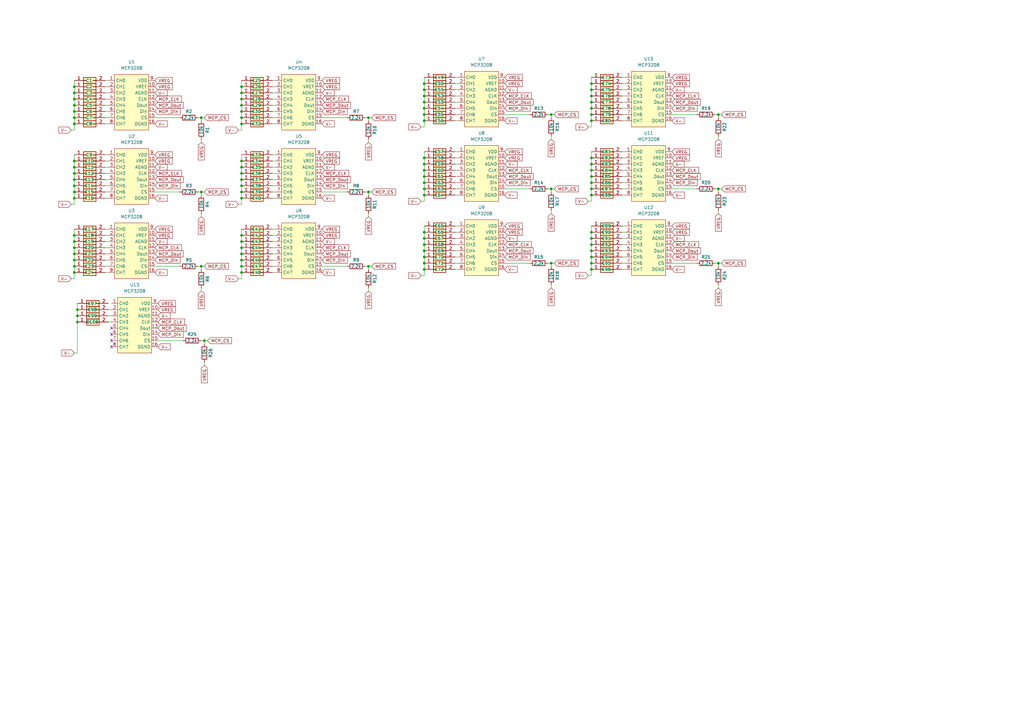
<source format=kicad_sch>
(kicad_sch (version 20250114) (generator "eeschema") (generator_version "9.0")
  (paper "A3")
  (text "X" (at 45.72 134.874 0) (effects (font (size 1.27 1.27))))
  (text "X" (at 45.72 139.954 0) (effects (font (size 1.27 1.27))))
  (text "X" (at 45.72 137.414 0) (effects (font (size 1.27 1.27))))
  (text "X" (at 45.72 142.494 0) (effects (font (size 1.27 1.27))))
  (junction (at 30.48 35.56))
  (junction (at 82.55 109.22))
  (junction (at 99.06 35.56))
  (junction (at 99.06 43.18))
  (junction (at 242.57 77.47))
  (junction (at 173.99 69.85))
  (junction (at 30.48 99.06))
  (junction (at 294.64 77.47))
  (junction (at 173.99 39.37))
  (junction (at 242.57 80.01))
  (junction (at 99.06 71.12))
  (junction (at 151.13 78.74))
  (junction (at 99.06 96.52))
  (junction (at 30.48 78.74))
  (junction (at 173.99 44.45))
  (junction (at 242.57 46.99))
  (junction (at 173.99 41.91))
  (junction (at 173.99 77.47))
  (junction (at 30.48 101.6))
  (junction (at 294.64 46.99))
  (junction (at 30.48 71.12))
  (junction (at 82.55 78.74))
  (junction (at 173.99 95.25))
  (junction (at 242.57 107.95))
  (junction (at 99.06 104.14))
  (junction (at 99.06 109.22))
  (junction (at 30.48 109.22))
  (junction (at 99.06 48.26))
  (junction (at 30.48 111.76))
  (junction (at 31.75 129.54))
  (junction (at 173.99 105.41))
  (junction (at 30.48 81.28))
  (junction (at 99.06 66.04))
  (junction (at 30.48 45.72))
  (junction (at 99.06 68.58))
  (junction (at 242.57 100.33))
  (junction (at 99.06 99.06))
  (junction (at 173.99 36.83))
  (junction (at 99.06 76.2))
  (junction (at 30.48 48.26))
  (junction (at 151.13 109.22))
  (junction (at 99.06 81.28))
  (junction (at 242.57 74.93))
  (junction (at 173.99 72.39))
  (junction (at 99.06 78.74))
  (junction (at 242.57 67.31))
  (junction (at 99.06 45.72))
  (junction (at 99.06 101.6))
  (junction (at 173.99 102.87))
  (junction (at 30.48 66.04))
  (junction (at 242.57 44.45))
  (junction (at 30.48 50.8))
  (junction (at 242.57 102.87))
  (junction (at 242.57 69.85))
  (junction (at 30.48 68.58))
  (junction (at 173.99 80.01))
  (junction (at 173.99 46.99))
  (junction (at 82.55 48.26))
  (junction (at 173.99 97.79))
  (junction (at 294.64 107.95))
  (junction (at 226.06 77.47))
  (junction (at 173.99 34.29))
  (junction (at 99.06 106.68))
  (junction (at 30.48 96.52))
  (junction (at 99.06 111.76))
  (junction (at 242.57 64.77))
  (junction (at 30.48 76.2))
  (junction (at 99.06 40.64))
  (junction (at 31.75 132.08))
  (junction (at 226.06 107.95))
  (junction (at 242.57 36.83))
  (junction (at 99.06 38.1))
  (junction (at 173.99 64.77))
  (junction (at 226.06 46.99))
  (junction (at 242.57 97.79))
  (junction (at 30.48 43.18))
  (junction (at 242.57 34.29))
  (junction (at 30.48 38.1))
  (junction (at 242.57 110.49))
  (junction (at 30.48 73.66))
  (junction (at 30.48 106.68))
  (junction (at 173.99 74.93))
  (junction (at 31.75 127))
  (junction (at 242.57 72.39))
  (junction (at 83.82 139.7))
  (junction (at 173.99 110.49))
  (junction (at 99.06 50.8))
  (junction (at 242.57 95.25))
  (junction (at 173.99 67.31))
  (junction (at 173.99 107.95))
  (junction (at 30.48 104.14))
  (junction (at 173.99 100.33))
  (junction (at 99.06 73.66))
  (junction (at 242.57 49.53))
  (junction (at 30.48 40.64))
  (junction (at 242.57 39.37))
  (junction (at 151.13 48.26))
  (junction (at 242.57 105.41))
  (junction (at 242.57 41.91))
  (junction (at 173.99 49.53))
  (wire (pts (xy 99.06 81.28) (xy 99.06 83.82)))
  (wire (pts (xy 173.99 64.77) (xy 173.99 67.31)))
  (wire (pts (xy 255.27 72.39) (xy 256.54 72.39)))
  (wire (pts (xy 186.69 31.75) (xy 187.96 31.75)))
  (wire (pts (xy 275.59 77.47) (xy 285.75 77.47)))
  (wire (pts (xy 151.13 48.26) (xy 152.4 48.26)))
  (wire (pts (xy 186.69 72.39) (xy 187.96 72.39)))
  (wire (pts (xy 173.99 46.99) (xy 173.99 49.53)))
  (wire (pts (xy 99.06 109.22) (xy 99.06 111.76)))
  (wire (pts (xy 186.69 67.31) (xy 187.96 67.31)))
  (wire (pts (xy 226.06 109.22) (xy 226.06 107.95)))
  (wire (pts (xy 99.06 101.6) (xy 99.06 104.14)))
  (wire (pts (xy 97.79 53.34) (xy 99.06 53.34)))
  (wire (pts (xy 30.48 50.8) (xy 30.48 53.34)))
  (wire (pts (xy 44.45 40.64) (xy 43.18 40.64)))
  (wire (pts (xy 30.48 43.18) (xy 30.48 45.72)))
  (wire (pts (xy 113.03 96.52) (xy 111.76 96.52)))
  (wire (pts (xy 99.06 35.56) (xy 99.06 38.1)))
  (wire (pts (xy 255.27 77.47) (xy 256.54 77.47)))
  (wire (pts (xy 81.28 109.22) (xy 82.55 109.22)))
  (wire (pts (xy 173.99 95.25) (xy 173.99 97.79)))
  (wire (pts (xy 99.06 43.18) (xy 99.06 45.72)))
  (wire (pts (xy 256.54 105.41) (xy 255.27 105.41)))
  (wire (pts (xy 30.48 93.98) (xy 30.48 96.52)))
  (wire (pts (xy 187.96 39.37) (xy 186.69 39.37)))
  (wire (pts (xy 226.06 87.63) (xy 226.06 86.36)))
  (wire (pts (xy 45.72 127) (xy 44.45 127)))
  (wire (pts (xy 99.06 93.98) (xy 99.06 96.52)))
  (wire (pts (xy 255.27 92.71) (xy 256.54 92.71)))
  (wire (pts (xy 151.13 80.01) (xy 151.13 78.74)))
  (wire (pts (xy 187.96 49.53) (xy 186.69 49.53)))
  (wire (pts (xy 173.99 110.49) (xy 173.99 113.03)))
  (wire (pts (xy 256.54 100.33) (xy 255.27 100.33)))
  (wire (pts (xy 43.18 68.58) (xy 44.45 68.58)))
  (wire (pts (xy 242.57 74.93) (xy 242.57 77.47)))
  (wire (pts (xy 132.08 48.26) (xy 142.24 48.26)))
  (wire (pts (xy 99.06 76.2) (xy 99.06 78.74)))
  (wire (pts (xy 43.18 104.14) (xy 44.45 104.14)))
  (wire (pts (xy 242.57 64.77) (xy 242.57 67.31)))
  (wire (pts (xy 256.54 74.93) (xy 255.27 74.93)))
  (wire (pts (xy 293.37 107.95) (xy 294.64 107.95)))
  (wire (pts (xy 31.75 124.46) (xy 31.75 127)))
  (wire (pts (xy 111.76 38.1) (xy 113.03 38.1)))
  (wire (pts (xy 242.57 107.95) (xy 242.57 110.49)))
  (wire (pts (xy 31.75 129.54) (xy 31.75 132.08)))
  (wire (pts (xy 44.45 101.6) (xy 43.18 101.6)))
  (wire (pts (xy 172.72 82.55) (xy 173.99 82.55)))
  (wire (pts (xy 113.03 40.64) (xy 111.76 40.64)))
  (wire (pts (xy 242.57 77.47) (xy 242.57 80.01)))
  (wire (pts (xy 255.27 97.79) (xy 256.54 97.79)))
  (wire (pts (xy 294.64 48.26) (xy 294.64 46.99)))
  (wire (pts (xy 30.48 144.78) (xy 31.75 144.78)))
  (wire (pts (xy 44.45 76.2) (xy 43.18 76.2)))
  (wire (pts (xy 173.99 80.01) (xy 173.99 82.55)))
  (wire (pts (xy 242.57 97.79) (xy 242.57 100.33)))
  (wire (pts (xy 186.69 41.91) (xy 187.96 41.91)))
  (wire (pts (xy 242.57 36.83) (xy 242.57 39.37)))
  (wire (pts (xy 44.45 35.56) (xy 43.18 35.56)))
  (wire (pts (xy 242.57 46.99) (xy 242.57 49.53)))
  (wire (pts (xy 111.76 104.14) (xy 113.03 104.14)))
  (wire (pts (xy 224.79 46.99) (xy 226.06 46.99)))
  (wire (pts (xy 81.28 48.26) (xy 82.55 48.26)))
  (wire (pts (xy 241.3 113.03) (xy 242.57 113.03)))
  (wire (pts (xy 43.18 73.66) (xy 44.45 73.66)))
  (wire (pts (xy 82.55 88.9) (xy 82.55 87.63)))
  (wire (pts (xy 173.99 39.37) (xy 173.99 41.91)))
  (wire (pts (xy 226.06 107.95) (xy 227.33 107.95)))
  (wire (pts (xy 242.57 44.45) (xy 242.57 46.99)))
  (wire (pts (xy 63.5 48.26) (xy 73.66 48.26)))
  (wire (pts (xy 151.13 110.49) (xy 151.13 109.22)))
  (wire (pts (xy 111.76 68.58) (xy 113.03 68.58)))
  (wire (pts (xy 113.03 35.56) (xy 111.76 35.56)))
  (wire (pts (xy 226.06 78.74) (xy 226.06 77.47)))
  (wire (pts (xy 111.76 43.18) (xy 113.03 43.18)))
  (wire (pts (xy 44.45 96.52) (xy 43.18 96.52)))
  (wire (pts (xy 63.5 109.22) (xy 73.66 109.22)))
  (wire (pts (xy 99.06 45.72) (xy 99.06 48.26)))
  (wire (pts (xy 173.99 77.47) (xy 173.99 80.01)))
  (wire (pts (xy 132.08 109.22) (xy 142.24 109.22)))
  (wire (pts (xy 173.99 92.71) (xy 173.99 95.25)))
  (wire (pts (xy 294.64 78.74) (xy 294.64 77.47)))
  (wire (pts (xy 113.03 106.68) (xy 111.76 106.68)))
  (wire (pts (xy 30.48 66.04) (xy 30.48 68.58)))
  (wire (pts (xy 173.99 69.85) (xy 173.99 72.39)))
  (wire (pts (xy 113.03 50.8) (xy 111.76 50.8)))
  (wire (pts (xy 255.27 41.91) (xy 256.54 41.91)))
  (wire (pts (xy 43.18 48.26) (xy 44.45 48.26)))
  (wire (pts (xy 43.18 99.06) (xy 44.45 99.06)))
  (wire (pts (xy 256.54 34.29) (xy 255.27 34.29)))
  (wire (pts (xy 255.27 67.31) (xy 256.54 67.31)))
  (wire (pts (xy 82.55 80.01) (xy 82.55 78.74)))
  (wire (pts (xy 29.21 53.34) (xy 30.48 53.34)))
  (wire (pts (xy 187.96 110.49) (xy 186.69 110.49)))
  (wire (pts (xy 294.64 109.22) (xy 294.64 107.95)))
  (wire (pts (xy 82.55 78.74) (xy 83.82 78.74)))
  (wire (pts (xy 224.79 107.95) (xy 226.06 107.95)))
  (wire (pts (xy 29.21 83.82) (xy 30.48 83.82)))
  (wire (pts (xy 173.99 36.83) (xy 173.99 39.37)))
  (wire (pts (xy 186.69 62.23) (xy 187.96 62.23)))
  (wire (pts (xy 242.57 102.87) (xy 242.57 105.41)))
  (wire (pts (xy 172.72 52.07) (xy 173.99 52.07)))
  (wire (pts (xy 44.45 45.72) (xy 43.18 45.72)))
  (wire (pts (xy 111.76 99.06) (xy 113.03 99.06)))
  (wire (pts (xy 30.48 40.64) (xy 30.48 43.18)))
  (wire (pts (xy 99.06 68.58) (xy 99.06 71.12)))
  (wire (pts (xy 242.57 92.71) (xy 242.57 95.25)))
  (wire (pts (xy 275.59 107.95) (xy 285.75 107.95)))
  (wire (pts (xy 173.99 41.91) (xy 173.99 44.45)))
  (wire (pts (xy 99.06 66.04) (xy 99.06 68.58)))
  (wire (pts (xy 255.27 46.99) (xy 256.54 46.99)))
  (wire (pts (xy 186.69 92.71) (xy 187.96 92.71)))
  (wire (pts (xy 83.82 139.7) (xy 85.09 139.7)))
  (wire (pts (xy 30.48 63.5) (xy 30.48 66.04)))
  (wire (pts (xy 242.57 31.75) (xy 242.57 34.29)))
  (wire (pts (xy 186.69 107.95) (xy 187.96 107.95)))
  (wire (pts (xy 99.06 99.06) (xy 99.06 101.6)))
  (wire (pts (xy 241.3 82.55) (xy 242.57 82.55)))
  (wire (pts (xy 30.48 101.6) (xy 30.48 104.14)))
  (wire (pts (xy 82.55 49.53) (xy 82.55 48.26)))
  (wire (pts (xy 43.18 33.02) (xy 44.45 33.02)))
  (wire (pts (xy 31.75 127) (xy 31.75 129.54)))
  (wire (pts (xy 186.69 36.83) (xy 187.96 36.83)))
  (wire (pts (xy 30.48 73.66) (xy 30.48 76.2)))
  (wire (pts (xy 43.18 78.74) (xy 44.45 78.74)))
  (wire (pts (xy 113.03 71.12) (xy 111.76 71.12)))
  (wire (pts (xy 30.48 109.22) (xy 30.48 111.76)))
  (wire (pts (xy 111.76 63.5) (xy 113.03 63.5)))
  (wire (pts (xy 187.96 80.01) (xy 186.69 80.01)))
  (wire (pts (xy 97.79 83.82) (xy 99.06 83.82)))
  (wire (pts (xy 83.82 140.97) (xy 83.82 139.7)))
  (wire (pts (xy 173.99 102.87) (xy 173.99 105.41)))
  (wire (pts (xy 241.3 52.07) (xy 242.57 52.07)))
  (wire (pts (xy 81.28 78.74) (xy 82.55 78.74)))
  (wire (pts (xy 111.76 73.66) (xy 113.03 73.66)))
  (wire (pts (xy 294.64 46.99) (xy 295.91 46.99)))
  (wire (pts (xy 151.13 88.9) (xy 151.13 87.63)))
  (wire (pts (xy 113.03 81.28) (xy 111.76 81.28)))
  (wire (pts (xy 255.27 36.83) (xy 256.54 36.83)))
  (wire (pts (xy 226.06 48.26) (xy 226.06 46.99)))
  (wire (pts (xy 44.45 111.76) (xy 43.18 111.76)))
  (wire (pts (xy 44.45 50.8) (xy 43.18 50.8)))
  (wire (pts (xy 149.86 48.26) (xy 151.13 48.26)))
  (wire (pts (xy 294.64 118.11) (xy 294.64 116.84)))
  (wire (pts (xy 113.03 76.2) (xy 111.76 76.2)))
  (wire (pts (xy 99.06 78.74) (xy 99.06 81.28)))
  (wire (pts (xy 242.57 41.91) (xy 242.57 44.45)))
  (wire (pts (xy 207.01 107.95) (xy 217.17 107.95)))
  (wire (pts (xy 187.96 34.29) (xy 186.69 34.29)))
  (wire (pts (xy 30.48 106.68) (xy 30.48 109.22)))
  (wire (pts (xy 187.96 64.77) (xy 186.69 64.77)))
  (wire (pts (xy 43.18 63.5) (xy 44.45 63.5)))
  (wire (pts (xy 30.48 33.02) (xy 30.48 35.56)))
  (wire (pts (xy 30.48 76.2) (xy 30.48 78.74)))
  (wire (pts (xy 293.37 46.99) (xy 294.64 46.99)))
  (wire (pts (xy 173.99 31.75) (xy 173.99 34.29)))
  (wire (pts (xy 242.57 80.01) (xy 242.57 82.55)))
  (wire (pts (xy 31.75 132.08) (xy 31.75 144.78)))
  (wire (pts (xy 242.57 67.31) (xy 242.57 69.85)))
  (wire (pts (xy 173.99 49.53) (xy 173.99 52.07)))
  (wire (pts (xy 99.06 63.5) (xy 99.06 66.04)))
  (wire (pts (xy 99.06 33.02) (xy 99.06 35.56)))
  (wire (pts (xy 151.13 109.22) (xy 152.4 109.22)))
  (wire (pts (xy 99.06 106.68) (xy 99.06 109.22)))
  (wire (pts (xy 82.55 109.22) (xy 83.82 109.22)))
  (wire (pts (xy 30.48 78.74) (xy 30.48 81.28)))
  (wire (pts (xy 30.48 35.56) (xy 30.48 38.1)))
  (wire (pts (xy 293.37 77.47) (xy 294.64 77.47)))
  (wire (pts (xy 30.48 99.06) (xy 30.48 101.6)))
  (wire (pts (xy 294.64 107.95) (xy 295.91 107.95)))
  (wire (pts (xy 99.06 38.1) (xy 99.06 40.64)))
  (wire (pts (xy 113.03 101.6) (xy 111.76 101.6)))
  (wire (pts (xy 45.72 132.08) (xy 44.45 132.08)))
  (wire (pts (xy 173.99 34.29) (xy 173.99 36.83)))
  (wire (pts (xy 294.64 57.15) (xy 294.64 55.88)))
  (wire (pts (xy 242.57 62.23) (xy 242.57 64.77)))
  (wire (pts (xy 149.86 109.22) (xy 151.13 109.22)))
  (wire (pts (xy 256.54 39.37) (xy 255.27 39.37)))
  (wire (pts (xy 30.48 104.14) (xy 30.48 106.68)))
  (wire (pts (xy 242.57 95.25) (xy 242.57 97.79)))
  (wire (pts (xy 256.54 95.25) (xy 255.27 95.25)))
  (wire (pts (xy 30.48 96.52) (xy 30.48 99.06)))
  (wire (pts (xy 82.55 119.38) (xy 82.55 118.11)))
  (wire (pts (xy 99.06 96.52) (xy 99.06 99.06)))
  (wire (pts (xy 63.5 78.74) (xy 73.66 78.74)))
  (wire (pts (xy 255.27 107.95) (xy 256.54 107.95)))
  (wire (pts (xy 29.21 114.3) (xy 30.48 114.3)))
  (wire (pts (xy 186.69 46.99) (xy 187.96 46.99)))
  (wire (pts (xy 99.06 71.12) (xy 99.06 73.66)))
  (wire (pts (xy 44.45 71.12) (xy 43.18 71.12)))
  (wire (pts (xy 113.03 66.04) (xy 111.76 66.04)))
  (wire (pts (xy 83.82 149.86) (xy 83.82 148.59)))
  (wire (pts (xy 99.06 111.76) (xy 99.06 114.3)))
  (wire (pts (xy 172.72 113.03) (xy 173.99 113.03)))
  (wire (pts (xy 242.57 49.53) (xy 242.57 52.07)))
  (wire (pts (xy 226.06 118.11) (xy 226.06 116.84)))
  (wire (pts (xy 242.57 105.41) (xy 242.57 107.95)))
  (wire (pts (xy 113.03 111.76) (xy 111.76 111.76)))
  (wire (pts (xy 242.57 69.85) (xy 242.57 72.39)))
  (wire (pts (xy 151.13 119.38) (xy 151.13 118.11)))
  (wire (pts (xy 187.96 100.33) (xy 186.69 100.33)))
  (wire (pts (xy 30.48 68.58) (xy 30.48 71.12)))
  (wire (pts (xy 99.06 48.26) (xy 99.06 50.8)))
  (wire (pts (xy 186.69 77.47) (xy 187.96 77.47)))
  (wire (pts (xy 44.45 81.28) (xy 43.18 81.28)))
  (wire (pts (xy 224.79 77.47) (xy 226.06 77.47)))
  (wire (pts (xy 99.06 40.64) (xy 99.06 43.18)))
  (wire (pts (xy 256.54 80.01) (xy 255.27 80.01)))
  (wire (pts (xy 151.13 49.53) (xy 151.13 48.26)))
  (wire (pts (xy 242.57 39.37) (xy 242.57 41.91)))
  (wire (pts (xy 82.55 110.49) (xy 82.55 109.22)))
  (wire (pts (xy 30.48 71.12) (xy 30.48 73.66)))
  (wire (pts (xy 255.27 31.75) (xy 256.54 31.75)))
  (wire (pts (xy 30.48 38.1) (xy 30.48 40.64)))
  (wire (pts (xy 111.76 109.22) (xy 113.03 109.22)))
  (wire (pts (xy 97.79 114.3) (xy 99.06 114.3)))
  (wire (pts (xy 187.96 105.41) (xy 186.69 105.41)))
  (wire (pts (xy 207.01 46.99) (xy 217.17 46.99)))
  (wire (pts (xy 173.99 72.39) (xy 173.99 74.93)))
  (wire (pts (xy 187.96 69.85) (xy 186.69 69.85)))
  (wire (pts (xy 30.48 48.26) (xy 30.48 50.8)))
  (wire (pts (xy 173.99 62.23) (xy 173.99 64.77)))
  (wire (pts (xy 242.57 110.49) (xy 242.57 113.03)))
  (wire (pts (xy 30.48 81.28) (xy 30.48 83.82)))
  (wire (pts (xy 226.06 57.15) (xy 226.06 55.88)))
  (wire (pts (xy 111.76 78.74) (xy 113.03 78.74)))
  (wire (pts (xy 149.86 78.74) (xy 151.13 78.74)))
  (wire (pts (xy 43.18 93.98) (xy 44.45 93.98)))
  (wire (pts (xy 226.06 77.47) (xy 227.33 77.47)))
  (wire (pts (xy 187.96 44.45) (xy 186.69 44.45)))
  (wire (pts (xy 82.55 48.26) (xy 83.82 48.26)))
  (wire (pts (xy 256.54 44.45) (xy 255.27 44.45)))
  (wire (pts (xy 187.96 74.93) (xy 186.69 74.93)))
  (wire (pts (xy 43.18 38.1) (xy 44.45 38.1)))
  (wire (pts (xy 151.13 58.42) (xy 151.13 57.15)))
  (wire (pts (xy 294.64 87.63) (xy 294.64 86.36)))
  (wire (pts (xy 99.06 73.66) (xy 99.06 76.2)))
  (wire (pts (xy 242.57 100.33) (xy 242.57 102.87)))
  (wire (pts (xy 64.77 139.7) (xy 74.93 139.7)))
  (wire (pts (xy 30.48 111.76) (xy 30.48 114.3)))
  (wire (pts (xy 151.13 78.74) (xy 152.4 78.74)))
  (wire (pts (xy 294.64 77.47) (xy 295.91 77.47)))
  (wire (pts (xy 111.76 33.02) (xy 113.03 33.02)))
  (wire (pts (xy 173.99 67.31) (xy 173.99 69.85)))
  (wire (pts (xy 186.69 102.87) (xy 187.96 102.87)))
  (wire (pts (xy 173.99 97.79) (xy 173.99 100.33)))
  (wire (pts (xy 132.08 78.74) (xy 142.24 78.74)))
  (wire (pts (xy 113.03 45.72) (xy 111.76 45.72)))
  (wire (pts (xy 242.57 72.39) (xy 242.57 74.93)))
  (wire (pts (xy 173.99 100.33) (xy 173.99 102.87)))
  (wire (pts (xy 256.54 110.49) (xy 255.27 110.49)))
  (wire (pts (xy 256.54 69.85) (xy 255.27 69.85)))
  (wire (pts (xy 99.06 104.14) (xy 99.06 106.68)))
  (wire (pts (xy 275.59 46.99) (xy 285.75 46.99)))
  (wire (pts (xy 256.54 49.53) (xy 255.27 49.53)))
  (wire (pts (xy 82.55 139.7) (xy 83.82 139.7)))
  (wire (pts (xy 173.99 105.41) (xy 173.99 107.95)))
  (wire (pts (xy 186.69 97.79) (xy 187.96 97.79)))
  (wire (pts (xy 111.76 48.26) (xy 113.03 48.26)))
  (wire (pts (xy 44.45 129.54) (xy 45.72 129.54)))
  (wire (pts (xy 255.27 62.23) (xy 256.54 62.23)))
  (wire (pts (xy 173.99 74.93) (xy 173.99 77.47)))
  (wire (pts (xy 43.18 109.22) (xy 44.45 109.22)))
  (wire (pts (xy 173.99 44.45) (xy 173.99 46.99)))
  (wire (pts (xy 226.06 46.99) (xy 227.33 46.99)))
  (wire (pts (xy 242.57 34.29) (xy 242.57 36.83)))
  (wire (pts (xy 256.54 64.77) (xy 255.27 64.77)))
  (wire (pts (xy 187.96 95.25) (xy 186.69 95.25)))
  (wire (pts (xy 99.06 50.8) (xy 99.06 53.34)))
  (wire (pts (xy 44.45 106.68) (xy 43.18 106.68)))
  (wire (pts (xy 255.27 102.87) (xy 256.54 102.87)))
  (wire (pts (xy 44.45 66.04) (xy 43.18 66.04)))
  (wire (pts (xy 30.48 45.72) (xy 30.48 48.26)))
  (wire (pts (xy 207.01 77.47) (xy 217.17 77.47)))
  (wire (pts (xy 82.55 58.42) (xy 82.55 57.15)))
  (wire (pts (xy 43.18 43.18) (xy 44.45 43.18)))
  (wire (pts (xy 111.76 93.98) (xy 113.03 93.98)))
  (wire (pts (xy 173.99 107.95) (xy 173.99 110.49)))
  (global_label "MCP_CLK" (shape input) (at 207.01 69.85 0) (property "Intersheetrefs" "${INTERSHEET_REFS}" (effects (hide yes))))
  (global_label "VREG" (shape input) (at 275.59 64.77 0) (property "Intersheetrefs" "${INTERSHEET_REFS}" (effects (hide yes))))
  (global_label "V-" (shape input) (at 275.59 97.79 0) (property "Intersheetrefs" "${INTERSHEET_REFS}" (effects (hide yes))))
  (global_label "MCP_Din" (shape input) (at 207.01 44.45 0) (property "Intersheetrefs" "${INTERSHEET_REFS}" (effects (hide yes))))
  (global_label "V-" (shape input) (at 207.01 67.31 0) (property "Intersheetrefs" "${INTERSHEET_REFS}" (effects (hide yes))))
  (global_label "V-" (shape input) (at 63.5 81.28 0) (property "Intersheetrefs" "${INTERSHEET_REFS}" (effects (hide yes))))
  (global_label "MCP_Dout" (shape input) (at 207.01 41.91 0) (property "Intersheetrefs" "${INTERSHEET_REFS}" (effects (hide yes))))
  (global_label "MCP_Dout" (shape input) (at 132.08 104.14 0) (property "Intersheetrefs" "${INTERSHEET_REFS}" (effects (hide yes))))
  (global_label "MCP_CLK" (shape input) (at 275.59 69.85 0) (property "Intersheetrefs" "${INTERSHEET_REFS}" (effects (hide yes))))
  (global_label "VREG" (shape input) (at 82.55 119.38 270) (property "Intersheetrefs" "${INTERSHEET_REFS}" (effects (hide yes))))
  (global_label "V-" (shape input) (at 64.77 129.54 0) (property "Intersheetrefs" "${INTERSHEET_REFS}" (effects (hide yes))))
  (global_label "VREG" (shape input) (at 63.5 63.5 0) (property "Intersheetrefs" "${INTERSHEET_REFS}" (effects (hide yes))))
  (global_label "MCP_Din" (shape input) (at 275.59 44.45 0) (property "Intersheetrefs" "${INTERSHEET_REFS}" (effects (hide yes))))
  (global_label "MCP_Din" (shape input) (at 207.01 74.93 0) (property "Intersheetrefs" "${INTERSHEET_REFS}" (effects (hide yes))))
  (global_label "VREG" (shape input) (at 82.55 88.9 270) (property "Intersheetrefs" "${INTERSHEET_REFS}" (effects (hide yes))))
  (global_label "MCP_Din" (shape input) (at 275.59 74.93 0) (property "Intersheetrefs" "${INTERSHEET_REFS}" (effects (hide yes))))
  (global_label "MCP_CLK" (shape input) (at 275.59 100.33 0) (property "Intersheetrefs" "${INTERSHEET_REFS}" (effects (hide yes))))
  (global_label "MCP_CS" (shape input) (at 227.33 77.47 0) (property "Intersheetrefs" "${INTERSHEET_REFS}" (effects (hide yes))))
  (global_label "MCP_CLK" (shape input) (at 132.08 71.12 0) (property "Intersheetrefs" "${INTERSHEET_REFS}" (effects (hide yes))))
  (global_label "VREG" (shape input) (at 207.01 31.75 0) (property "Intersheetrefs" "${INTERSHEET_REFS}" (effects (hide yes))))
  (global_label "VREG" (shape input) (at 63.5 96.52 0) (property "Intersheetrefs" "${INTERSHEET_REFS}" (effects (hide yes))))
  (global_label "V-" (shape input) (at 172.72 52.07 180) (property "Intersheetrefs" "${INTERSHEET_REFS}" (effects (hide yes))))
  (global_label "MCP_Dout" (shape input) (at 275.59 102.87 0) (property "Intersheetrefs" "${INTERSHEET_REFS}" (effects (hide yes))))
  (global_label "MCP_Dout" (shape input) (at 132.08 43.18 0) (property "Intersheetrefs" "${INTERSHEET_REFS}" (effects (hide yes))))
  (global_label "VREG" (shape input) (at 294.64 57.15 270) (property "Intersheetrefs" "${INTERSHEET_REFS}" (effects (hide yes))))
  (global_label "V-" (shape input) (at 132.08 50.8 0) (property "Intersheetrefs" "${INTERSHEET_REFS}" (effects (hide yes))))
  (global_label "MCP_CLK" (shape input) (at 63.5 71.12 0) (property "Intersheetrefs" "${INTERSHEET_REFS}" (effects (hide yes))))
  (global_label "VREG" (shape input) (at 226.06 87.63 270) (property "Intersheetrefs" "${INTERSHEET_REFS}" (effects (hide yes))))
  (global_label "V-" (shape input) (at 63.5 68.58 0) (property "Intersheetrefs" "${INTERSHEET_REFS}" (effects (hide yes))))
  (global_label "V-" (shape input) (at 97.79 114.3 180) (property "Intersheetrefs" "${INTERSHEET_REFS}" (effects (hide yes))))
  (global_label "VREG" (shape input) (at 132.08 66.04 0) (property "Intersheetrefs" "${INTERSHEET_REFS}" (effects (hide yes))))
  (global_label "VREG" (shape input) (at 294.64 118.11 270) (property "Intersheetrefs" "${INTERSHEET_REFS}" (effects (hide yes))))
  (global_label "VREG" (shape input) (at 132.08 63.5 0) (property "Intersheetrefs" "${INTERSHEET_REFS}" (effects (hide yes))))
  (global_label "VREG" (shape input) (at 63.5 93.98 0) (property "Intersheetrefs" "${INTERSHEET_REFS}" (effects (hide yes))))
  (global_label "V-" (shape input) (at 207.01 110.49 0) (property "Intersheetrefs" "${INTERSHEET_REFS}" (effects (hide yes))))
  (global_label "VREG" (shape input) (at 63.5 35.56 0) (property "Intersheetrefs" "${INTERSHEET_REFS}" (effects (hide yes))))
  (global_label "V-" (shape input) (at 275.59 36.83 0) (property "Intersheetrefs" "${INTERSHEET_REFS}" (effects (hide yes))))
  (global_label "VREG" (shape input) (at 151.13 119.38 270) (property "Intersheetrefs" "${INTERSHEET_REFS}" (effects (hide yes))))
  (global_label "VREG" (shape input) (at 151.13 88.9 270) (property "Intersheetrefs" "${INTERSHEET_REFS}" (effects (hide yes))))
  (global_label "MCP_Dout" (shape input) (at 132.08 73.66 0) (property "Intersheetrefs" "${INTERSHEET_REFS}" (effects (hide yes))))
  (global_label "MCP_Din" (shape input) (at 63.5 45.72 0) (property "Intersheetrefs" "${INTERSHEET_REFS}" (effects (hide yes))))
  (global_label "MCP_Dout" (shape input) (at 207.01 102.87 0) (property "Intersheetrefs" "${INTERSHEET_REFS}" (effects (hide yes))))
  (global_label "MCP_Din" (shape input) (at 63.5 106.68 0) (property "Intersheetrefs" "${INTERSHEET_REFS}" (effects (hide yes))))
  (global_label "MCP_CLK" (shape input) (at 207.01 39.37 0) (property "Intersheetrefs" "${INTERSHEET_REFS}" (effects (hide yes))))
  (global_label "VREG" (shape input) (at 207.01 64.77 0) (property "Intersheetrefs" "${INTERSHEET_REFS}" (effects (hide yes))))
  (global_label "VREG" (shape input) (at 132.08 93.98 0) (property "Intersheetrefs" "${INTERSHEET_REFS}" (effects (hide yes))))
  (global_label "VREG" (shape input) (at 83.82 149.86 270) (property "Intersheetrefs" "${INTERSHEET_REFS}" (effects (hide yes))))
  (global_label "VREG" (shape input) (at 294.64 87.63 270) (property "Intersheetrefs" "${INTERSHEET_REFS}" (effects (hide yes))))
  (global_label "MCP_CLK" (shape input) (at 63.5 101.6 0) (property "Intersheetrefs" "${INTERSHEET_REFS}" (effects (hide yes))))
  (global_label "MCP_CS" (shape input) (at 83.82 78.74 0) (property "Intersheetrefs" "${INTERSHEET_REFS}" (effects (hide yes))))
  (global_label "VREG" (shape input) (at 275.59 92.71 0) (property "Intersheetrefs" "${INTERSHEET_REFS}" (effects (hide yes))))
  (global_label "V-" (shape input) (at 275.59 80.01 0) (property "Intersheetrefs" "${INTERSHEET_REFS}" (effects (hide yes))))
  (global_label "V-" (shape input) (at 97.79 83.82 180) (property "Intersheetrefs" "${INTERSHEET_REFS}" (effects (hide yes))))
  (global_label "VREG" (shape input) (at 207.01 62.23 0) (property "Intersheetrefs" "${INTERSHEET_REFS}" (effects (hide yes))))
  (global_label "MCP_Dout" (shape input) (at 64.77 134.62 0) (property "Intersheetrefs" "${INTERSHEET_REFS}" (effects (hide yes))))
  (global_label "V-" (shape input) (at 132.08 68.58 0) (property "Intersheetrefs" "${INTERSHEET_REFS}" (effects (hide yes))))
  (global_label "V-" (shape input) (at 132.08 38.1 0) (property "Intersheetrefs" "${INTERSHEET_REFS}" (effects (hide yes))))
  (global_label "V-" (shape input) (at 132.08 81.28 0) (property "Intersheetrefs" "${INTERSHEET_REFS}" (effects (hide yes))))
  (global_label "MCP_Din" (shape input) (at 132.08 106.68 0) (property "Intersheetrefs" "${INTERSHEET_REFS}" (effects (hide yes))))
  (global_label "MCP_Dout" (shape input) (at 207.01 72.39 0) (property "Intersheetrefs" "${INTERSHEET_REFS}" (effects (hide yes))))
  (global_label "MCP_CS" (shape input) (at 85.09 139.7 0) (property "Intersheetrefs" "${INTERSHEET_REFS}" (effects (hide yes))))
  (global_label "V-" (shape input) (at 64.77 142.24 0) (property "Intersheetrefs" "${INTERSHEET_REFS}" (effects (hide yes))))
  (global_label "MCP_CS" (shape input) (at 295.91 77.47 0) (property "Intersheetrefs" "${INTERSHEET_REFS}" (effects (hide yes))))
  (global_label "VREG" (shape input) (at 275.59 34.29 0) (property "Intersheetrefs" "${INTERSHEET_REFS}" (effects (hide yes))))
  (global_label "V-" (shape input) (at 132.08 99.06 0) (property "Intersheetrefs" "${INTERSHEET_REFS}" (effects (hide yes))))
  (global_label "VREG" (shape input) (at 82.55 58.42 270) (property "Intersheetrefs" "${INTERSHEET_REFS}" (effects (hide yes))))
  (global_label "VREG" (shape input) (at 275.59 95.25 0) (property "Intersheetrefs" "${INTERSHEET_REFS}" (effects (hide yes))))
  (global_label "V-" (shape input) (at 241.3 52.07 180) (property "Intersheetrefs" "${INTERSHEET_REFS}" (effects (hide yes))))
  (global_label "VREG" (shape input) (at 226.06 118.11 270) (property "Intersheetrefs" "${INTERSHEET_REFS}" (effects (hide yes))))
  (global_label "MCP_Din" (shape input) (at 132.08 45.72 0) (property "Intersheetrefs" "${INTERSHEET_REFS}" (effects (hide yes))))
  (global_label "V-" (shape input) (at 241.3 113.03 180) (property "Intersheetrefs" "${INTERSHEET_REFS}" (effects (hide yes))))
  (global_label "V-" (shape input) (at 207.01 80.01 0) (property "Intersheetrefs" "${INTERSHEET_REFS}" (effects (hide yes))))
  (global_label "MCP_CS" (shape input) (at 152.4 48.26 0) (property "Intersheetrefs" "${INTERSHEET_REFS}" (effects (hide yes))))
  (global_label "V-" (shape input) (at 63.5 50.8 0) (property "Intersheetrefs" "${INTERSHEET_REFS}" (effects (hide yes))))
  (global_label "VREG" (shape input) (at 64.77 127 0) (property "Intersheetrefs" "${INTERSHEET_REFS}" (effects (hide yes))))
  (global_label "MCP_Dout" (shape input) (at 275.59 72.39 0) (property "Intersheetrefs" "${INTERSHEET_REFS}" (effects (hide yes))))
  (global_label "MCP_CS" (shape input) (at 152.4 109.22 0) (property "Intersheetrefs" "${INTERSHEET_REFS}" (effects (hide yes))))
  (global_label "VREG" (shape input) (at 63.5 33.02 0) (property "Intersheetrefs" "${INTERSHEET_REFS}" (effects (hide yes))))
  (global_label "VREG" (shape input) (at 151.13 58.42 270) (property "Intersheetrefs" "${INTERSHEET_REFS}" (effects (hide yes))))
  (global_label "MCP_Din" (shape input) (at 132.08 76.2 0) (property "Intersheetrefs" "${INTERSHEET_REFS}" (effects (hide yes))))
  (global_label "VREG" (shape input) (at 275.59 62.23 0) (property "Intersheetrefs" "${INTERSHEET_REFS}" (effects (hide yes))))
  (global_label "V-" (shape input) (at 275.59 110.49 0) (property "Intersheetrefs" "${INTERSHEET_REFS}" (effects (hide yes))))
  (global_label "V-" (shape input) (at 29.21 114.3 180) (property "Intersheetrefs" "${INTERSHEET_REFS}" (effects (hide yes))))
  (global_label "VREG" (shape input) (at 132.08 33.02 0) (property "Intersheetrefs" "${INTERSHEET_REFS}" (effects (hide yes))))
  (global_label "V-" (shape input) (at 275.59 67.31 0) (property "Intersheetrefs" "${INTERSHEET_REFS}" (effects (hide yes))))
  (global_label "V-" (shape input) (at 132.08 111.76 0) (property "Intersheetrefs" "${INTERSHEET_REFS}" (effects (hide yes))))
  (global_label "V-" (shape input) (at 29.21 83.82 180) (property "Intersheetrefs" "${INTERSHEET_REFS}" (effects (hide yes))))
  (global_label "V-" (shape input) (at 63.5 99.06 0) (property "Intersheetrefs" "${INTERSHEET_REFS}" (effects (hide yes))))
  (global_label "MCP_Din" (shape input) (at 207.01 105.41 0) (property "Intersheetrefs" "${INTERSHEET_REFS}" (effects (hide yes))))
  (global_label "MCP_CS" (shape input) (at 83.82 109.22 0) (property "Intersheetrefs" "${INTERSHEET_REFS}" (effects (hide yes))))
  (global_label "MCP_Din" (shape input) (at 64.77 137.16 0) (property "Intersheetrefs" "${INTERSHEET_REFS}" (effects (hide yes))))
  (global_label "VREG" (shape input) (at 207.01 34.29 0) (property "Intersheetrefs" "${INTERSHEET_REFS}" (effects (hide yes))))
  (global_label "V-" (shape input) (at 63.5 38.1 0) (property "Intersheetrefs" "${INTERSHEET_REFS}" (effects (hide yes))))
  (global_label "MCP_CS" (shape input) (at 83.82 48.26 0) (property "Intersheetrefs" "${INTERSHEET_REFS}" (effects (hide yes))))
  (global_label "VREG" (shape input) (at 64.77 124.46 0) (property "Intersheetrefs" "${INTERSHEET_REFS}" (effects (hide yes))))
  (global_label "V-" (shape input) (at 241.3 82.55 180) (property "Intersheetrefs" "${INTERSHEET_REFS}" (effects (hide yes))))
  (global_label "MCP_CLK" (shape input) (at 63.5 40.64 0) (property "Intersheetrefs" "${INTERSHEET_REFS}" (effects (hide yes))))
  (global_label "V-" (shape input) (at 275.59 49.53 0) (property "Intersheetrefs" "${INTERSHEET_REFS}" (effects (hide yes))))
  (global_label "VREG" (shape input) (at 275.59 31.75 0) (property "Intersheetrefs" "${INTERSHEET_REFS}" (effects (hide yes))))
  (global_label "VREG" (shape input) (at 63.5 66.04 0) (property "Intersheetrefs" "${INTERSHEET_REFS}" (effects (hide yes))))
  (global_label "V-" (shape input) (at 29.21 53.34 180) (property "Intersheetrefs" "${INTERSHEET_REFS}" (effects (hide yes))))
  (global_label "MCP_CS" (shape input) (at 227.33 107.95 0) (property "Intersheetrefs" "${INTERSHEET_REFS}" (effects (hide yes))))
  (global_label "MCP_CLK" (shape input) (at 64.77 132.08 0) (property "Intersheetrefs" "${INTERSHEET_REFS}" (effects (hide yes))))
  (global_label "MCP_CLK" (shape input) (at 275.59 39.37 0) (property "Intersheetrefs" "${INTERSHEET_REFS}" (effects (hide yes))))
  (global_label "MCP_Din" (shape input) (at 63.5 76.2 0) (property "Intersheetrefs" "${INTERSHEET_REFS}" (effects (hide yes))))
  (global_label "MCP_Din" (shape input) (at 275.59 105.41 0) (property "Intersheetrefs" "${INTERSHEET_REFS}" (effects (hide yes))))
  (global_label "V-" (shape input) (at 207.01 49.53 0) (property "Intersheetrefs" "${INTERSHEET_REFS}" (effects (hide yes))))
  (global_label "VREG" (shape input) (at 207.01 95.25 0) (property "Intersheetrefs" "${INTERSHEET_REFS}" (effects (hide yes))))
  (global_label "V-" (shape input) (at 207.01 36.83 0) (property "Intersheetrefs" "${INTERSHEET_REFS}" (effects (hide yes))))
  (global_label "VREG" (shape input) (at 207.01 92.71 0) (property "Intersheetrefs" "${INTERSHEET_REFS}" (effects (hide yes))))
  (global_label "VREG" (shape input) (at 226.06 57.15 270) (property "Intersheetrefs" "${INTERSHEET_REFS}" (effects (hide yes))))
  (global_label "MCP_CS" (shape input) (at 152.4 78.74 0) (property "Intersheetrefs" "${INTERSHEET_REFS}" (effects (hide yes))))
  (global_label "VREG" (shape input) (at 132.08 35.56 0) (property "Intersheetrefs" "${INTERSHEET_REFS}" (effects (hide yes))))
  (global_label "V-" (shape input) (at 97.79 53.34 180) (property "Intersheetrefs" "${INTERSHEET_REFS}" (effects (hide yes))))
  (global_label "MCP_CS" (shape input) (at 295.91 107.95 0) (property "Intersheetrefs" "${INTERSHEET_REFS}" (effects (hide yes))))
  (global_label "V-" (shape input) (at 207.01 97.79 0) (property "Intersheetrefs" "${INTERSHEET_REFS}" (effects (hide yes))))
  (global_label "MCP_CLK" (shape input) (at 207.01 100.33 0) (property "Intersheetrefs" "${INTERSHEET_REFS}" (effects (hide yes))))
  (global_label "VREG" (shape input) (at 132.08 96.52 0) (property "Intersheetrefs" "${INTERSHEET_REFS}" (effects (hide yes))))
  (global_label "V-" (shape input) (at 63.5 111.76 0) (property "Intersheetrefs" "${INTERSHEET_REFS}" (effects (hide yes))))
  (global_label "V-" (shape input) (at 172.72 113.03 180) (property "Intersheetrefs" "${INTERSHEET_REFS}" (effects (hide yes))))
  (global_label "MCP_Dout" (shape input) (at 63.5 104.14 0) (property "Intersheetrefs" "${INTERSHEET_REFS}" (effects (hide yes))))
  (global_label "MCP_Dout" (shape input) (at 275.59 41.91 0) (property "Intersheetrefs" "${INTERSHEET_REFS}" (effects (hide yes))))
  (global_label "MCP_CLK" (shape input) (at 132.08 40.64 0) (property "Intersheetrefs" "${INTERSHEET_REFS}" (effects (hide yes))))
  (global_label "MCP_Dout" (shape input) (at 63.5 73.66 0) (property "Intersheetrefs" "${INTERSHEET_REFS}" (effects (hide yes))))
  (global_label "V-" (shape input) (at 30.48 144.78 180) (property "Intersheetrefs" "${INTERSHEET_REFS}" (effects (hide yes))))
  (global_label "MCP_CLK" (shape input) (at 132.08 101.6 0) (property "Intersheetrefs" "${INTERSHEET_REFS}" (effects (hide yes))))
  (global_label "V-" (shape input) (at 172.72 82.55 180) (property "Intersheetrefs" "${INTERSHEET_REFS}" (effects (hide yes))))
  (global_label "MCP_Dout" (shape input) (at 63.5 43.18 0) (property "Intersheetrefs" "${INTERSHEET_REFS}" (effects (hide yes))))
  (global_label "MCP_CS" (shape input) (at 295.91 46.99 0) (property "Intersheetrefs" "${INTERSHEET_REFS}" (effects (hide yes))))
  (global_label "MCP_CS" (shape input) (at 227.33 46.99 0) (property "Intersheetrefs" "${INTERSHEET_REFS}" (effects (hide yes))))
  (symbol (lib_id "Connector_Generic:Conn_02x01") (at 247.65 100.33 0) (unit 1)
    (property "Reference" "C92" (at 248.666 100.33 0))
    (property "Value" "S2B-XH-A" (effects (hide yes)))
    (property "Footprint" "Connector_JST:JST_XH_S2B-XH-A_1x02_P2.50mm_Horizontal" (effects (hide yes)))
    (property "Description" "Generic connector, double row, 02x01, this symbol is compatible with counter-clockwise, top-bottom and odd-even numbering schemes., script generated (kicad-library-utils/schlib/autogen/connector/)" (effects (hide yes)))
  )
  (symbol (lib_id "Device:R") (at 220.98 107.95 270) (unit 1)
    (property "Reference" "R15" (at 220.98 105.41 90))
    (property "Value" "2.2k" (at 220.98 107.95 90))
    (property "Footprint" "Resistor_SMD:R_0805_2012Metric_Pad1.20x1.40mm_HandSolder" (effects (hide yes)))
  )
  (symbol (lib_id "VoltageTesterSymbols:MCP320x") (at 190.5 90.17 0) (unit 1)
    (property "Reference" "U9" (at 197.485 85.09 0))
    (property "Value" "MCP3208" (at 197.485 87.63 0))
  )
  (symbol (lib_id "Connector_Generic:Conn_02x01") (at 247.65 77.47 0) (unit 1)
    (property "Reference" "C87" (at 248.666 77.47 0))
    (property "Value" "S2B-XH-A" (effects (hide yes)))
    (property "Footprint" "Connector_JST:JST_XH_S2B-XH-A_1x02_P2.50mm_Horizontal" (effects (hide yes)))
    (property "Description" "Generic connector, double row, 02x01, this symbol is compatible with counter-clockwise, top-bottom and odd-even numbering schemes., script generated (kicad-library-utils/schlib/autogen/connector/)" (effects (hide yes)))
  )
  (symbol (lib_id "Connector_Generic:Conn_02x01") (at 179.07 36.83 0) (unit 1)
    (property "Reference" "C51" (at 180.086 36.83 0))
    (property "Value" "S2B-XH-A" (effects (hide yes)))
    (property "Footprint" "Connector_JST:JST_XH_S2B-XH-A_1x02_P2.50mm_Horizontal" (effects (hide yes)))
    (property "Description" "Generic connector, double row, 02x01, this symbol is compatible with counter-clockwise, top-bottom and odd-even numbering schemes., script generated (kicad-library-utils/schlib/autogen/connector/)" (effects (hide yes)))
  )
  (symbol (lib_id "Device:R") (at 77.47 78.74 270) (unit 1)
    (property "Reference" "R3" (at 77.47 76.2 90))
    (property "Value" "2.2k" (at 77.47 78.74 90))
    (property "Footprint" "Resistor_SMD:R_0805_2012Metric_Pad1.20x1.40mm_HandSolder" (effects (hide yes)))
  )
  (symbol (lib_id "Connector_Generic:Conn_02x01") (at 104.14 63.5 0) (unit 1)
    (property "Reference" "C33" (at 105.156 63.5 0))
    (property "Value" "S2B-XH-A" (effects (hide yes)))
    (property "Footprint" "Connector_JST:JST_XH_S2B-XH-A_1x02_P2.50mm_Horizontal" (effects (hide yes)))
    (property "Description" "Generic connector, double row, 02x01, this symbol is compatible with counter-clockwise, top-bottom and odd-even numbering schemes., script generated (kicad-library-utils/schlib/autogen/connector/)" (effects (hide yes)))
  )
  (symbol (lib_id "Connector_Generic:Conn_02x01") (at 36.83 132.08 0) (unit 1)
    (property "Reference" "C100" (at 37.846 132.08 0))
    (property "Value" "S2B-XH-A" (effects (hide yes)))
    (property "Footprint" "Connector_JST:JST_XH_S2B-XH-A_1x02_P2.50mm_Horizontal" (effects (hide yes)))
    (property "Description" "Generic connector, double row, 02x01, this symbol is compatible with counter-clockwise, top-bottom and odd-even numbering schemes., script generated (kicad-library-utils/schlib/autogen/connector/)" (effects (hide yes)))
  )
  (symbol (lib_id "Connector_Generic:Conn_02x01") (at 35.56 66.04 0) (unit 1)
    (property "Reference" "C10" (at 36.576 66.04 0))
    (property "Value" "S2B-XH-A" (effects (hide yes)))
    (property "Footprint" "Connector_JST:JST_XH_S2B-XH-A_1x02_P2.50mm_Horizontal" (effects (hide yes)))
    (property "Description" "Generic connector, double row, 02x01, this symbol is compatible with counter-clockwise, top-bottom and odd-even numbering schemes., script generated (kicad-library-utils/schlib/autogen/connector/)" (effects (hide yes)))
  )
  (symbol (lib_id "Connector_Generic:Conn_02x01") (at 35.56 99.06 0) (unit 1)
    (property "Reference" "C19" (at 36.576 99.06 0))
    (property "Value" "S2B-XH-A" (effects (hide yes)))
    (property "Footprint" "Connector_JST:JST_XH_S2B-XH-A_1x02_P2.50mm_Horizontal" (effects (hide yes)))
    (property "Description" "Generic connector, double row, 02x01, this symbol is compatible with counter-clockwise, top-bottom and odd-even numbering schemes., script generated (kicad-library-utils/schlib/autogen/connector/)" (effects (hide yes)))
  )
  (symbol (lib_id "Connector_Generic:Conn_02x01") (at 247.65 69.85 0) (unit 1)
    (property "Reference" "C84" (at 248.666 69.85 0))
    (property "Value" "S2B-XH-A" (effects (hide yes)))
    (property "Footprint" "Connector_JST:JST_XH_S2B-XH-A_1x02_P2.50mm_Horizontal" (effects (hide yes)))
    (property "Description" "Generic connector, double row, 02x01, this symbol is compatible with counter-clockwise, top-bottom and odd-even numbering schemes., script generated (kicad-library-utils/schlib/autogen/connector/)" (effects (hide yes)))
  )
  (symbol (lib_id "Connector_Generic:Conn_02x01") (at 179.07 110.49 0) (unit 1)
    (property "Reference" "C72" (at 180.086 110.49 0))
    (property "Value" "S2B-XH-A" (effects (hide yes)))
    (property "Footprint" "Connector_JST:JST_XH_S2B-XH-A_1x02_P2.50mm_Horizontal" (effects (hide yes)))
    (property "Description" "Generic connector, double row, 02x01, this symbol is compatible with counter-clockwise, top-bottom and odd-even numbering schemes., script generated (kicad-library-utils/schlib/autogen/connector/)" (effects (hide yes)))
  )
  (symbol (lib_id "Connector_Generic:Conn_02x01") (at 35.56 78.74 0) (unit 1)
    (property "Reference" "C15" (at 36.576 78.74 0))
    (property "Value" "S2B-XH-A" (effects (hide yes)))
    (property "Footprint" "Connector_JST:JST_XH_S2B-XH-A_1x02_P2.50mm_Horizontal" (effects (hide yes)))
    (property "Description" "Generic connector, double row, 02x01, this symbol is compatible with counter-clockwise, top-bottom and odd-even numbering schemes., script generated (kicad-library-utils/schlib/autogen/connector/)" (effects (hide yes)))
  )
  (symbol (lib_id "Connector_Generic:Conn_02x01") (at 247.65 67.31 0) (unit 1)
    (property "Reference" "C83" (at 248.666 67.31 0))
    (property "Value" "S2B-XH-A" (effects (hide yes)))
    (property "Footprint" "Connector_JST:JST_XH_S2B-XH-A_1x02_P2.50mm_Horizontal" (effects (hide yes)))
    (property "Description" "Generic connector, double row, 02x01, this symbol is compatible with counter-clockwise, top-bottom and odd-even numbering schemes., script generated (kicad-library-utils/schlib/autogen/connector/)" (effects (hide yes)))
  )
  (symbol (lib_id "Connector_Generic:Conn_02x01") (at 104.14 78.74 0) (unit 1)
    (property "Reference" "C39" (at 105.156 78.74 0))
    (property "Value" "S2B-XH-A" (effects (hide yes)))
    (property "Footprint" "Connector_JST:JST_XH_S2B-XH-A_1x02_P2.50mm_Horizontal" (effects (hide yes)))
    (property "Description" "Generic connector, double row, 02x01, this symbol is compatible with counter-clockwise, top-bottom and odd-even numbering schemes., script generated (kicad-library-utils/schlib/autogen/connector/)" (effects (hide yes)))
  )
  (symbol (lib_id "Device:R") (at 294.64 82.55 180) (unit 1)
    (property "Reference" "R23" (at 297.18 82.55 90))
    (property "Value" "10k" (at 294.64 82.55 90))
    (property "Footprint" "Resistor_SMD:R_0805_2012Metric_Pad1.20x1.40mm_HandSolder" (effects (hide yes)))
  )
  (symbol (lib_id "Connector_Generic:Conn_02x01") (at 104.14 99.06 0) (unit 1)
    (property "Reference" "C43" (at 105.156 99.06 0))
    (property "Value" "S2B-XH-A" (effects (hide yes)))
    (property "Footprint" "Connector_JST:JST_XH_S2B-XH-A_1x02_P2.50mm_Horizontal" (effects (hide yes)))
    (property "Description" "Generic connector, double row, 02x01, this symbol is compatible with counter-clockwise, top-bottom and odd-even numbering schemes., script generated (kicad-library-utils/schlib/autogen/connector/)" (effects (hide yes)))
  )
  (symbol (lib_id "VoltageTesterSymbols:MCP320x") (at 115.57 91.44 0) (unit 1)
    (property "Reference" "U6" (at 122.555 86.36 0))
    (property "Value" "MCP3208" (at 122.555 88.9 0))
  )
  (symbol (lib_id "Connector_Generic:Conn_02x01") (at 35.56 93.98 0) (unit 1)
    (property "Reference" "C17" (at 36.576 93.98 0))
    (property "Value" "S2B-XH-A" (effects (hide yes)))
    (property "Footprint" "Connector_JST:JST_XH_S2B-XH-A_1x02_P2.50mm_Horizontal" (effects (hide yes)))
    (property "Description" "Generic connector, double row, 02x01, this symbol is compatible with counter-clockwise, top-bottom and odd-even numbering schemes., script generated (kicad-library-utils/schlib/autogen/connector/)" (effects (hide yes)))
  )
  (symbol (lib_id "Connector_Generic:Conn_02x01") (at 179.07 105.41 0) (unit 1)
    (property "Reference" "C70" (at 180.086 105.41 0))
    (property "Value" "S2B-XH-A" (effects (hide yes)))
    (property "Footprint" "Connector_JST:JST_XH_S2B-XH-A_1x02_P2.50mm_Horizontal" (effects (hide yes)))
    (property "Description" "Generic connector, double row, 02x01, this symbol is compatible with counter-clockwise, top-bottom and odd-even numbering schemes., script generated (kicad-library-utils/schlib/autogen/connector/)" (effects (hide yes)))
  )
  (symbol (lib_id "Connector_Generic:Conn_02x01") (at 35.56 81.28 0) (unit 1)
    (property "Reference" "C16" (at 36.576 81.28 0))
    (property "Value" "S2B-XH-A" (effects (hide yes)))
    (property "Footprint" "Connector_JST:JST_XH_S2B-XH-A_1x02_P2.50mm_Horizontal" (effects (hide yes)))
    (property "Description" "Generic connector, double row, 02x01, this symbol is compatible with counter-clockwise, top-bottom and odd-even numbering schemes., script generated (kicad-library-utils/schlib/autogen/connector/)" (effects (hide yes)))
  )
  (symbol (lib_id "Device:R") (at 83.82 144.78 180) (unit 1)
    (property "Reference" "R26" (at 86.36 144.78 90))
    (property "Value" "10k" (at 83.82 144.78 90))
    (property "Footprint" "Resistor_SMD:R_0805_2012Metric_Pad1.20x1.40mm_HandSolder" (effects (hide yes)))
  )
  (symbol (lib_id "Connector_Generic:Conn_02x01") (at 104.14 35.56 0) (unit 1)
    (property "Reference" "C26" (at 105.156 35.56 0))
    (property "Value" "S2B-XH-A" (effects (hide yes)))
    (property "Footprint" "Connector_JST:JST_XH_S2B-XH-A_1x02_P2.50mm_Horizontal" (effects (hide yes)))
    (property "Description" "Generic connector, double row, 02x01, this symbol is compatible with counter-clockwise, top-bottom and odd-even numbering schemes., script generated (kicad-library-utils/schlib/autogen/connector/)" (effects (hide yes)))
  )
  (symbol (lib_id "Connector_Generic:Conn_02x01") (at 247.65 31.75 0) (unit 1)
    (property "Reference" "C73" (at 248.666 31.75 0))
    (property "Value" "S2B-XH-A" (effects (hide yes)))
    (property "Footprint" "Connector_JST:JST_XH_S2B-XH-A_1x02_P2.50mm_Horizontal" (effects (hide yes)))
    (property "Description" "Generic connector, double row, 02x01, this symbol is compatible with counter-clockwise, top-bottom and odd-even numbering schemes., script generated (kicad-library-utils/schlib/autogen/connector/)" (effects (hide yes)))
  )
  (symbol (lib_id "Connector_Generic:Conn_02x01") (at 35.56 68.58 0) (unit 1)
    (property "Reference" "C11" (at 36.576 68.58 0))
    (property "Value" "S2B-XH-A" (effects (hide yes)))
    (property "Footprint" "Connector_JST:JST_XH_S2B-XH-A_1x02_P2.50mm_Horizontal" (effects (hide yes)))
    (property "Description" "Generic connector, double row, 02x01, this symbol is compatible with counter-clockwise, top-bottom and odd-even numbering schemes., script generated (kicad-library-utils/schlib/autogen/connector/)" (effects (hide yes)))
  )
  (symbol (lib_id "Connector_Generic:Conn_02x01") (at 179.07 95.25 0) (unit 1)
    (property "Reference" "C66" (at 180.086 95.25 0))
    (property "Value" "S2B-XH-A" (effects (hide yes)))
    (property "Footprint" "Connector_JST:JST_XH_S2B-XH-A_1x02_P2.50mm_Horizontal" (effects (hide yes)))
    (property "Description" "Generic connector, double row, 02x01, this symbol is compatible with counter-clockwise, top-bottom and odd-even numbering schemes., script generated (kicad-library-utils/schlib/autogen/connector/)" (effects (hide yes)))
  )
  (symbol (lib_id "Device:R") (at 82.55 114.3 180) (unit 1)
    (property "Reference" "R6" (at 85.09 114.3 90))
    (property "Value" "10k" (at 82.55 114.3 90))
    (property "Footprint" "Resistor_SMD:R_0805_2012Metric_Pad1.20x1.40mm_HandSolder" (effects (hide yes)))
  )
  (symbol (lib_id "Connector_Generic:Conn_02x01") (at 179.07 67.31 0) (unit 1)
    (property "Reference" "C59" (at 180.086 67.31 0))
    (property "Value" "S2B-XH-A" (effects (hide yes)))
    (property "Footprint" "Connector_JST:JST_XH_S2B-XH-A_1x02_P2.50mm_Horizontal" (effects (hide yes)))
    (property "Description" "Generic connector, double row, 02x01, this symbol is compatible with counter-clockwise, top-bottom and odd-even numbering schemes., script generated (kicad-library-utils/schlib/autogen/connector/)" (effects (hide yes)))
  )
  (symbol (lib_id "Device:R") (at 151.13 83.82 180) (unit 1)
    (property "Reference" "R11" (at 153.67 83.82 90))
    (property "Value" "10k" (at 151.13 83.82 90))
    (property "Footprint" "Resistor_SMD:R_0805_2012Metric_Pad1.20x1.40mm_HandSolder" (effects (hide yes)))
  )
  (symbol (lib_id "Connector_Generic:Conn_02x01") (at 179.07 97.79 0) (unit 1)
    (property "Reference" "C67" (at 180.086 97.79 0))
    (property "Value" "S2B-XH-A" (effects (hide yes)))
    (property "Footprint" "Connector_JST:JST_XH_S2B-XH-A_1x02_P2.50mm_Horizontal" (effects (hide yes)))
    (property "Description" "Generic connector, double row, 02x01, this symbol is compatible with counter-clockwise, top-bottom and odd-even numbering schemes., script generated (kicad-library-utils/schlib/autogen/connector/)" (effects (hide yes)))
  )
  (symbol (lib_id "Connector_Generic:Conn_02x01") (at 36.83 124.46 0) (unit 1)
    (property "Reference" "C97" (at 37.846 124.46 0))
    (property "Value" "S2B-XH-A" (effects (hide yes)))
    (property "Footprint" "Connector_JST:JST_XH_S2B-XH-A_1x02_P2.50mm_Horizontal" (effects (hide yes)))
    (property "Description" "Generic connector, double row, 02x01, this symbol is compatible with counter-clockwise, top-bottom and odd-even numbering schemes., script generated (kicad-library-utils/schlib/autogen/connector/)" (effects (hide yes)))
  )
  (symbol (lib_id "VoltageTesterSymbols:MCP320x") (at 190.5 29.21 0) (unit 1)
    (property "Reference" "U7" (at 197.485 24.13 0))
    (property "Value" "MCP3208" (at 197.485 26.67 0))
  )
  (symbol (lib_id "Connector_Generic:Conn_02x01") (at 247.65 64.77 0) (unit 1)
    (property "Reference" "C82" (at 248.666 64.77 0))
    (property "Value" "S2B-XH-A" (effects (hide yes)))
    (property "Footprint" "Connector_JST:JST_XH_S2B-XH-A_1x02_P2.50mm_Horizontal" (effects (hide yes)))
    (property "Description" "Generic connector, double row, 02x01, this symbol is compatible with counter-clockwise, top-bottom and odd-even numbering schemes., script generated (kicad-library-utils/schlib/autogen/connector/)" (effects (hide yes)))
  )
  (symbol (lib_id "Connector_Generic:Conn_02x01") (at 104.14 76.2 0) (unit 1)
    (property "Reference" "C38" (at 105.156 76.2 0))
    (property "Value" "S2B-XH-A" (effects (hide yes)))
    (property "Footprint" "Connector_JST:JST_XH_S2B-XH-A_1x02_P2.50mm_Horizontal" (effects (hide yes)))
    (property "Description" "Generic connector, double row, 02x01, this symbol is compatible with counter-clockwise, top-bottom and odd-even numbering schemes., script generated (kicad-library-utils/schlib/autogen/connector/)" (effects (hide yes)))
  )
  (symbol (lib_id "Connector_Generic:Conn_02x01") (at 104.14 81.28 0) (unit 1)
    (property "Reference" "C40" (at 105.156 81.28 0))
    (property "Value" "S2B-XH-A" (effects (hide yes)))
    (property "Footprint" "Connector_JST:JST_XH_S2B-XH-A_1x02_P2.50mm_Horizontal" (effects (hide yes)))
    (property "Description" "Generic connector, double row, 02x01, this symbol is compatible with counter-clockwise, top-bottom and odd-even numbering schemes., script generated (kicad-library-utils/schlib/autogen/connector/)" (effects (hide yes)))
  )
  (symbol (lib_id "Connector_Generic:Conn_02x01") (at 247.65 74.93 0) (unit 1)
    (property "Reference" "C86" (at 248.666 74.93 0))
    (property "Value" "S2B-XH-A" (effects (hide yes)))
    (property "Footprint" "Connector_JST:JST_XH_S2B-XH-A_1x02_P2.50mm_Horizontal" (effects (hide yes)))
    (property "Description" "Generic connector, double row, 02x01, this symbol is compatible with counter-clockwise, top-bottom and odd-even numbering schemes., script generated (kicad-library-utils/schlib/autogen/connector/)" (effects (hide yes)))
  )
  (symbol (lib_id "Connector_Generic:Conn_02x01") (at 104.14 45.72 0) (unit 1)
    (property "Reference" "C30" (at 105.156 45.72 0))
    (property "Value" "S2B-XH-A" (effects (hide yes)))
    (property "Footprint" "Connector_JST:JST_XH_S2B-XH-A_1x02_P2.50mm_Horizontal" (effects (hide yes)))
    (property "Description" "Generic connector, double row, 02x01, this symbol is compatible with counter-clockwise, top-bottom and odd-even numbering schemes., script generated (kicad-library-utils/schlib/autogen/connector/)" (effects (hide yes)))
  )
  (symbol (lib_id "Device:R") (at 294.64 113.03 180) (unit 1)
    (property "Reference" "R24" (at 297.18 113.03 90))
    (property "Value" "10k" (at 294.64 113.03 90))
    (property "Footprint" "Resistor_SMD:R_0805_2012Metric_Pad1.20x1.40mm_HandSolder" (effects (hide yes)))
  )
  (symbol (lib_id "Device:R") (at 77.47 109.22 270) (unit 1)
    (property "Reference" "R5" (at 77.47 106.68 90))
    (property "Value" "2.2k" (at 77.47 109.22 90))
    (property "Footprint" "Resistor_SMD:R_0805_2012Metric_Pad1.20x1.40mm_HandSolder" (effects (hide yes)))
  )
  (symbol (lib_id "Connector_Generic:Conn_02x01") (at 247.65 97.79 0) (unit 1)
    (property "Reference" "C91" (at 248.666 97.79 0))
    (property "Value" "S2B-XH-A" (effects (hide yes)))
    (property "Footprint" "Connector_JST:JST_XH_S2B-XH-A_1x02_P2.50mm_Horizontal" (effects (hide yes)))
    (property "Description" "Generic connector, double row, 02x01, this symbol is compatible with counter-clockwise, top-bottom and odd-even numbering schemes., script generated (kicad-library-utils/schlib/autogen/connector/)" (effects (hide yes)))
  )
  (symbol (lib_id "VoltageTesterSymbols:MCP320x") (at 48.26 121.92 0) (unit 1)
    (property "Reference" "U13" (at 55.245 116.84 0))
    (property "Value" "MCP3208" (at 55.245 119.38 0))
  )
  (symbol (lib_id "Connector_Generic:Conn_02x01") (at 35.56 63.5 0) (unit 1)
    (property "Reference" "C9" (at 36.576 63.5 0))
    (property "Value" "S2B-XH-A" (effects (hide yes)))
    (property "Footprint" "Connector_JST:JST_XH_S2B-XH-A_1x02_P2.50mm_Horizontal" (effects (hide yes)))
    (property "Description" "Generic connector, double row, 02x01, this symbol is compatible with counter-clockwise, top-bottom and odd-even numbering schemes., script generated (kicad-library-utils/schlib/autogen/connector/)" (effects (hide yes)))
  )
  (symbol (lib_id "Connector_Generic:Conn_02x01") (at 104.14 73.66 0) (unit 1)
    (property "Reference" "C37" (at 105.156 73.66 0))
    (property "Value" "S2B-XH-A" (effects (hide yes)))
    (property "Footprint" "Connector_JST:JST_XH_S2B-XH-A_1x02_P2.50mm_Horizontal" (effects (hide yes)))
    (property "Description" "Generic connector, double row, 02x01, this symbol is compatible with counter-clockwise, top-bottom and odd-even numbering schemes., script generated (kicad-library-utils/schlib/autogen/connector/)" (effects (hide yes)))
  )
  (symbol (lib_id "VoltageTesterSymbols:MCP320x") (at 259.08 90.17 0) (unit 1)
    (property "Reference" "U12" (at 266.065 85.09 0))
    (property "Value" "MCP3208" (at 266.065 87.63 0))
  )
  (symbol (lib_id "Connector_Generic:Conn_02x01") (at 104.14 106.68 0) (unit 1)
    (property "Reference" "C46" (at 105.156 106.68 0))
    (property "Value" "S2B-XH-A" (effects (hide yes)))
    (property "Footprint" "Connector_JST:JST_XH_S2B-XH-A_1x02_P2.50mm_Horizontal" (effects (hide yes)))
    (property "Description" "Generic connector, double row, 02x01, this symbol is compatible with counter-clockwise, top-bottom and odd-even numbering schemes., script generated (kicad-library-utils/schlib/autogen/connector/)" (effects (hide yes)))
  )
  (symbol (lib_id "Device:R") (at 289.56 107.95 270) (unit 1)
    (property "Reference" "R21" (at 289.56 105.41 90))
    (property "Value" "2.2k" (at 289.56 107.95 90))
    (property "Footprint" "Resistor_SMD:R_0805_2012Metric_Pad1.20x1.40mm_HandSolder" (effects (hide yes)))
  )
  (symbol (lib_id "Connector_Generic:Conn_02x01") (at 247.65 49.53 0) (unit 1)
    (property "Reference" "C80" (at 248.666 49.53 0))
    (property "Value" "S2B-XH-A" (effects (hide yes)))
    (property "Footprint" "Connector_JST:JST_XH_S2B-XH-A_1x02_P2.50mm_Horizontal" (effects (hide yes)))
    (property "Description" "Generic connector, double row, 02x01, this symbol is compatible with counter-clockwise, top-bottom and odd-even numbering schemes., script generated (kicad-library-utils/schlib/autogen/connector/)" (effects (hide yes)))
  )
  (symbol (lib_id "Device:R") (at 226.06 52.07 180) (unit 1)
    (property "Reference" "R16" (at 228.6 52.07 90))
    (property "Value" "10k" (at 226.06 52.07 90))
    (property "Footprint" "Resistor_SMD:R_0805_2012Metric_Pad1.20x1.40mm_HandSolder" (effects (hide yes)))
  )
  (symbol (lib_id "Connector_Generic:Conn_02x01") (at 104.14 104.14 0) (unit 1)
    (property "Reference" "C45" (at 105.156 104.14 0))
    (property "Value" "S2B-XH-A" (effects (hide yes)))
    (property "Footprint" "Connector_JST:JST_XH_S2B-XH-A_1x02_P2.50mm_Horizontal" (effects (hide yes)))
    (property "Description" "Generic connector, double row, 02x01, this symbol is compatible with counter-clockwise, top-bottom and odd-even numbering schemes., script generated (kicad-library-utils/schlib/autogen/connector/)" (effects (hide yes)))
  )
  (symbol (lib_id "Connector_Generic:Conn_02x01") (at 35.56 45.72 0) (unit 1)
    (property "Reference" "C6" (at 36.576 45.72 0))
    (property "Value" "S2B-XH-A" (effects (hide yes)))
    (property "Footprint" "Connector_JST:JST_XH_S2B-XH-A_1x02_P2.50mm_Horizontal" (effects (hide yes)))
    (property "Description" "Generic connector, double row, 02x01, this symbol is compatible with counter-clockwise, top-bottom and odd-even numbering schemes., script generated (kicad-library-utils/schlib/autogen/connector/)" (effects (hide yes)))
  )
  (symbol (lib_id "Connector_Generic:Conn_02x01") (at 179.07 41.91 0) (unit 1)
    (property "Reference" "C53" (at 180.086 41.91 0))
    (property "Value" "S2B-XH-A" (effects (hide yes)))
    (property "Footprint" "Connector_JST:JST_XH_S2B-XH-A_1x02_P2.50mm_Horizontal" (effects (hide yes)))
    (property "Description" "Generic connector, double row, 02x01, this symbol is compatible with counter-clockwise, top-bottom and odd-even numbering schemes., script generated (kicad-library-utils/schlib/autogen/connector/)" (effects (hide yes)))
  )
  (symbol (lib_id "Device:R") (at 78.74 139.7 270) (unit 1)
    (property "Reference" "R25" (at 78.74 137.16 90))
    (property "Value" "2.2k" (at 78.74 139.7 90))
    (property "Footprint" "Resistor_SMD:R_0805_2012Metric_Pad1.20x1.40mm_HandSolder" (effects (hide yes)))
  )
  (symbol (lib_id "Connector_Generic:Conn_02x01") (at 104.14 48.26 0) (unit 1)
    (property "Reference" "C31" (at 105.156 48.26 0))
    (property "Value" "S2B-XH-A" (effects (hide yes)))
    (property "Footprint" "Connector_JST:JST_XH_S2B-XH-A_1x02_P2.50mm_Horizontal" (effects (hide yes)))
    (property "Description" "Generic connector, double row, 02x01, this symbol is compatible with counter-clockwise, top-bottom and odd-even numbering schemes., script generated (kicad-library-utils/schlib/autogen/connector/)" (effects (hide yes)))
  )
  (symbol (lib_id "Connector_Generic:Conn_02x01") (at 247.65 107.95 0) (unit 1)
    (property "Reference" "C95" (at 248.666 107.95 0))
    (property "Value" "S2B-XH-A" (effects (hide yes)))
    (property "Footprint" "Connector_JST:JST_XH_S2B-XH-A_1x02_P2.50mm_Horizontal" (effects (hide yes)))
    (property "Description" "Generic connector, double row, 02x01, this symbol is compatible with counter-clockwise, top-bottom and odd-even numbering schemes., script generated (kicad-library-utils/schlib/autogen/connector/)" (effects (hide yes)))
  )
  (symbol (lib_id "Connector_Generic:Conn_02x01") (at 247.65 72.39 0) (unit 1)
    (property "Reference" "C85" (at 248.666 72.39 0))
    (property "Value" "S2B-XH-A" (effects (hide yes)))
    (property "Footprint" "Connector_JST:JST_XH_S2B-XH-A_1x02_P2.50mm_Horizontal" (effects (hide yes)))
    (property "Description" "Generic connector, double row, 02x01, this symbol is compatible with counter-clockwise, top-bottom and odd-even numbering schemes., script generated (kicad-library-utils/schlib/autogen/connector/)" (effects (hide yes)))
  )
  (symbol (lib_id "Connector_Generic:Conn_02x01") (at 247.65 95.25 0) (unit 1)
    (property "Reference" "C90" (at 248.666 95.25 0))
    (property "Value" "S2B-XH-A" (effects (hide yes)))
    (property "Footprint" "Connector_JST:JST_XH_S2B-XH-A_1x02_P2.50mm_Horizontal" (effects (hide yes)))
    (property "Description" "Generic connector, double row, 02x01, this symbol is compatible with counter-clockwise, top-bottom and odd-even numbering schemes., script generated (kicad-library-utils/schlib/autogen/connector/)" (effects (hide yes)))
  )
  (symbol (lib_id "Connector_Generic:Conn_02x01") (at 36.83 129.54 0) (unit 1)
    (property "Reference" "C99" (at 37.846 129.54 0))
    (property "Value" "S2B-XH-A" (effects (hide yes)))
    (property "Footprint" "Connector_JST:JST_XH_S2B-XH-A_1x02_P2.50mm_Horizontal" (effects (hide yes)))
    (property "Description" "Generic connector, double row, 02x01, this symbol is compatible with counter-clockwise, top-bottom and odd-even numbering schemes., script generated (kicad-library-utils/schlib/autogen/connector/)" (effects (hide yes)))
  )
  (symbol (lib_id "Connector_Generic:Conn_02x01") (at 179.07 102.87 0) (unit 1)
    (property "Reference" "C69" (at 180.086 102.87 0))
    (property "Value" "S2B-XH-A" (effects (hide yes)))
    (property "Footprint" "Connector_JST:JST_XH_S2B-XH-A_1x02_P2.50mm_Horizontal" (effects (hide yes)))
    (property "Description" "Generic connector, double row, 02x01, this symbol is compatible with counter-clockwise, top-bottom and odd-even numbering schemes., script generated (kicad-library-utils/schlib/autogen/connector/)" (effects (hide yes)))
  )
  (symbol (lib_id "Connector_Generic:Conn_02x01") (at 35.56 48.26 0) (unit 1)
    (property "Reference" "C7" (at 36.576 48.26 0))
    (property "Value" "S2B-XH-A" (effects (hide yes)))
    (property "Footprint" "Connector_JST:JST_XH_S2B-XH-A_1x02_P2.50mm_Horizontal" (effects (hide yes)))
    (property "Description" "Generic connector, double row, 02x01, this symbol is compatible with counter-clockwise, top-bottom and odd-even numbering schemes., script generated (kicad-library-utils/schlib/autogen/connector/)" (effects (hide yes)))
  )
  (symbol (lib_id "Connector_Generic:Conn_02x01") (at 247.65 44.45 0) (unit 1)
    (property "Reference" "C78" (at 248.666 44.45 0))
    (property "Value" "S2B-XH-A" (effects (hide yes)))
    (property "Footprint" "Connector_JST:JST_XH_S2B-XH-A_1x02_P2.50mm_Horizontal" (effects (hide yes)))
    (property "Description" "Generic connector, double row, 02x01, this symbol is compatible with counter-clockwise, top-bottom and odd-even numbering schemes., script generated (kicad-library-utils/schlib/autogen/connector/)" (effects (hide yes)))
  )
  (symbol (lib_id "Connector_Generic:Conn_02x01") (at 247.65 34.29 0) (unit 1)
    (property "Reference" "C74" (at 248.666 34.29 0))
    (property "Value" "S2B-XH-A" (effects (hide yes)))
    (property "Footprint" "Connector_JST:JST_XH_S2B-XH-A_1x02_P2.50mm_Horizontal" (effects (hide yes)))
    (property "Description" "Generic connector, double row, 02x01, this symbol is compatible with counter-clockwise, top-bottom and odd-even numbering schemes., script generated (kicad-library-utils/schlib/autogen/connector/)" (effects (hide yes)))
  )
  (symbol (lib_id "Device:R") (at 146.05 48.26 270) (unit 1)
    (property "Reference" "R7" (at 146.05 45.72 90))
    (property "Value" "2.2k" (at 146.05 48.26 90))
    (property "Footprint" "Resistor_SMD:R_0805_2012Metric_Pad1.20x1.40mm_HandSolder" (effects (hide yes)))
  )
  (symbol (lib_id "Connector_Generic:Conn_02x01") (at 35.56 101.6 0) (unit 1)
    (property "Reference" "C20" (at 36.576 101.6 0))
    (property "Value" "S2B-XH-A" (effects (hide yes)))
    (property "Footprint" "Connector_JST:JST_XH_S2B-XH-A_1x02_P2.50mm_Horizontal" (effects (hide yes)))
    (property "Description" "Generic connector, double row, 02x01, this symbol is compatible with counter-clockwise, top-bottom and odd-even numbering schemes., script generated (kicad-library-utils/schlib/autogen/connector/)" (effects (hide yes)))
  )
  (symbol (lib_id "Device:R") (at 220.98 77.47 270) (unit 1)
    (property "Reference" "R14" (at 220.98 74.93 90))
    (property "Value" "2.2k" (at 220.98 77.47 90))
    (property "Footprint" "Resistor_SMD:R_0805_2012Metric_Pad1.20x1.40mm_HandSolder" (effects (hide yes)))
  )
  (symbol (lib_id "Connector_Generic:Conn_02x01") (at 35.56 104.14 0) (unit 1)
    (property "Reference" "C21" (at 36.576 104.14 0))
    (property "Value" "S2B-XH-A" (effects (hide yes)))
    (property "Footprint" "Connector_JST:JST_XH_S2B-XH-A_1x02_P2.50mm_Horizontal" (effects (hide yes)))
    (property "Description" "Generic connector, double row, 02x01, this symbol is compatible with counter-clockwise, top-bottom and odd-even numbering schemes., script generated (kicad-library-utils/schlib/autogen/connector/)" (effects (hide yes)))
  )
  (symbol (lib_id "Connector_Generic:Conn_02x01") (at 35.56 111.76 0) (unit 1)
    (property "Reference" "C24" (at 36.576 111.76 0))
    (property "Value" "S2B-XH-A" (effects (hide yes)))
    (property "Footprint" "Connector_JST:JST_XH_S2B-XH-A_1x02_P2.50mm_Horizontal" (effects (hide yes)))
    (property "Description" "Generic connector, double row, 02x01, this symbol is compatible with counter-clockwise, top-bottom and odd-even numbering schemes., script generated (kicad-library-utils/schlib/autogen/connector/)" (effects (hide yes)))
  )
  (symbol (lib_id "Connector_Generic:Conn_02x01") (at 104.14 96.52 0) (unit 1)
    (property "Reference" "C42" (at 105.156 96.52 0))
    (property "Value" "S2B-XH-A" (effects (hide yes)))
    (property "Footprint" "Connector_JST:JST_XH_S2B-XH-A_1x02_P2.50mm_Horizontal" (effects (hide yes)))
    (property "Description" "Generic connector, double row, 02x01, this symbol is compatible with counter-clockwise, top-bottom and odd-even numbering schemes., script generated (kicad-library-utils/schlib/autogen/connector/)" (effects (hide yes)))
  )
  (symbol (lib_id "Connector_Generic:Conn_02x01") (at 247.65 92.71 0) (unit 1)
    (property "Reference" "C89" (at 248.666 92.71 0))
    (property "Value" "S2B-XH-A" (effects (hide yes)))
    (property "Footprint" "Connector_JST:JST_XH_S2B-XH-A_1x02_P2.50mm_Horizontal" (effects (hide yes)))
    (property "Description" "Generic connector, double row, 02x01, this symbol is compatible with counter-clockwise, top-bottom and odd-even numbering schemes., script generated (kicad-library-utils/schlib/autogen/connector/)" (effects (hide yes)))
  )
  (symbol (lib_id "Connector_Generic:Conn_02x01") (at 247.65 36.83 0) (unit 1)
    (property "Reference" "C75" (at 248.666 36.83 0))
    (property "Value" "S2B-XH-A" (effects (hide yes)))
    (property "Footprint" "Connector_JST:JST_XH_S2B-XH-A_1x02_P2.50mm_Horizontal" (effects (hide yes)))
    (property "Description" "Generic connector, double row, 02x01, this symbol is compatible with counter-clockwise, top-bottom and odd-even numbering schemes., script generated (kicad-library-utils/schlib/autogen/connector/)" (effects (hide yes)))
  )
  (symbol (lib_id "Connector_Generic:Conn_02x01") (at 179.07 92.71 0) (unit 1)
    (property "Reference" "C65" (at 180.086 92.71 0))
    (property "Value" "S2B-XH-A" (effects (hide yes)))
    (property "Footprint" "Connector_JST:JST_XH_S2B-XH-A_1x02_P2.50mm_Horizontal" (effects (hide yes)))
    (property "Description" "Generic connector, double row, 02x01, this symbol is compatible with counter-clockwise, top-bottom and odd-even numbering schemes., script generated (kicad-library-utils/schlib/autogen/connector/)" (effects (hide yes)))
  )
  (symbol (lib_id "Connector_Generic:Conn_02x01") (at 247.65 46.99 0) (unit 1)
    (property "Reference" "C79" (at 248.666 46.99 0))
    (property "Value" "S2B-XH-A" (effects (hide yes)))
    (property "Footprint" "Connector_JST:JST_XH_S2B-XH-A_1x02_P2.50mm_Horizontal" (effects (hide yes)))
    (property "Description" "Generic connector, double row, 02x01, this symbol is compatible with counter-clockwise, top-bottom and odd-even numbering schemes., script generated (kicad-library-utils/schlib/autogen/connector/)" (effects (hide yes)))
  )
  (symbol (lib_id "Connector_Generic:Conn_02x01") (at 104.14 71.12 0) (unit 1)
    (property "Reference" "C36" (at 105.156 71.12 0))
    (property "Value" "S2B-XH-A" (effects (hide yes)))
    (property "Footprint" "Connector_JST:JST_XH_S2B-XH-A_1x02_P2.50mm_Horizontal" (effects (hide yes)))
    (property "Description" "Generic connector, double row, 02x01, this symbol is compatible with counter-clockwise, top-bottom and odd-even numbering schemes., script generated (kicad-library-utils/schlib/autogen/connector/)" (effects (hide yes)))
  )
  (symbol (lib_id "Connector_Generic:Conn_02x01") (at 36.83 127 0) (unit 1)
    (property "Reference" "C98" (at 37.846 127 0))
    (property "Value" "S2B-XH-A" (effects (hide yes)))
    (property "Footprint" "Connector_JST:JST_XH_S2B-XH-A_1x02_P2.50mm_Horizontal" (effects (hide yes)))
    (property "Description" "Generic connector, double row, 02x01, this symbol is compatible with counter-clockwise, top-bottom and odd-even numbering schemes., script generated (kicad-library-utils/schlib/autogen/connector/)" (effects (hide yes)))
  )
  (symbol (lib_id "VoltageTesterSymbols:MCP320x") (at 115.57 60.96 0) (unit 1)
    (property "Reference" "U5" (at 122.555 55.88 0))
    (property "Value" "MCP3208" (at 122.555 58.42 0))
  )
  (symbol (lib_id "VoltageTesterSymbols:MCP320x") (at 259.08 59.69 0) (unit 1)
    (property "Reference" "U11" (at 266.065 54.61 0))
    (property "Value" "MCP3208" (at 266.065 57.15 0))
  )
  (symbol (lib_id "Connector_Generic:Conn_02x01") (at 104.14 93.98 0) (unit 1)
    (property "Reference" "C41" (at 105.156 93.98 0))
    (property "Value" "S2B-XH-A" (effects (hide yes)))
    (property "Footprint" "Connector_JST:JST_XH_S2B-XH-A_1x02_P2.50mm_Horizontal" (effects (hide yes)))
    (property "Description" "Generic connector, double row, 02x01, this symbol is compatible with counter-clockwise, top-bottom and odd-even numbering schemes., script generated (kicad-library-utils/schlib/autogen/connector/)" (effects (hide yes)))
  )
  (symbol (lib_id "Connector_Generic:Conn_02x01") (at 179.07 49.53 0) (unit 1)
    (property "Reference" "C56" (at 180.086 49.53 0))
    (property "Value" "S2B-XH-A" (effects (hide yes)))
    (property "Footprint" "Connector_JST:JST_XH_S2B-XH-A_1x02_P2.50mm_Horizontal" (effects (hide yes)))
    (property "Description" "Generic connector, double row, 02x01, this symbol is compatible with counter-clockwise, top-bottom and odd-even numbering schemes., script generated (kicad-library-utils/schlib/autogen/connector/)" (effects (hide yes)))
  )
  (symbol (lib_id "Connector_Generic:Conn_02x01") (at 35.56 40.64 0) (unit 1)
    (property "Reference" "C4" (at 36.576 40.64 0))
    (property "Value" "S2B-XH-A" (effects (hide yes)))
    (property "Footprint" "Connector_JST:JST_XH_S2B-XH-A_1x02_P2.50mm_Horizontal" (effects (hide yes)))
    (property "Description" "Generic connector, double row, 02x01, this symbol is compatible with counter-clockwise, top-bottom and odd-even numbering schemes., script generated (kicad-library-utils/schlib/autogen/connector/)" (effects (hide yes)))
  )
  (symbol (lib_id "VoltageTesterSymbols:MCP320x") (at 46.99 60.96 0) (unit 1)
    (property "Reference" "U2" (at 53.975 55.88 0))
    (property "Value" "MCP3208" (at 53.975 58.42 0))
  )
  (symbol (lib_id "Connector_Generic:Conn_02x01") (at 247.65 102.87 0) (unit 1)
    (property "Reference" "C93" (at 248.666 102.87 0))
    (property "Value" "S2B-XH-A" (effects (hide yes)))
    (property "Footprint" "Connector_JST:JST_XH_S2B-XH-A_1x02_P2.50mm_Horizontal" (effects (hide yes)))
    (property "Description" "Generic connector, double row, 02x01, this symbol is compatible with counter-clockwise, top-bottom and odd-even numbering schemes., script generated (kicad-library-utils/schlib/autogen/connector/)" (effects (hide yes)))
  )
  (symbol (lib_id "Connector_Generic:Conn_02x01") (at 247.65 110.49 0) (unit 1)
    (property "Reference" "C96" (at 248.666 110.49 0))
    (property "Value" "S2B-XH-A" (effects (hide yes)))
    (property "Footprint" "Connector_JST:JST_XH_S2B-XH-A_1x02_P2.50mm_Horizontal" (effects (hide yes)))
    (property "Description" "Generic connector, double row, 02x01, this symbol is compatible with counter-clockwise, top-bottom and odd-even numbering schemes., script generated (kicad-library-utils/schlib/autogen/connector/)" (effects (hide yes)))
  )
  (symbol (lib_id "Device:R") (at 289.56 46.99 270) (unit 1)
    (property "Reference" "R19" (at 289.56 44.45 90))
    (property "Value" "2.2k" (at 289.56 46.99 90))
    (property "Footprint" "Resistor_SMD:R_0805_2012Metric_Pad1.20x1.40mm_HandSolder" (effects (hide yes)))
  )
  (symbol (lib_id "Device:R") (at 151.13 114.3 180) (unit 1)
    (property "Reference" "R12" (at 153.67 114.3 90))
    (property "Value" "10k" (at 151.13 114.3 90))
    (property "Footprint" "Resistor_SMD:R_0805_2012Metric_Pad1.20x1.40mm_HandSolder" (effects (hide yes)))
  )
  (symbol (lib_id "Connector_Generic:Conn_02x01") (at 104.14 33.02 0) (unit 1)
    (property "Reference" "C25" (at 105.156 33.02 0))
    (property "Value" "S2B-XH-A" (effects (hide yes)))
    (property "Footprint" "Connector_JST:JST_XH_S2B-XH-A_1x02_P2.50mm_Horizontal" (effects (hide yes)))
    (property "Description" "Generic connector, double row, 02x01, this symbol is compatible with counter-clockwise, top-bottom and odd-even numbering schemes., script generated (kicad-library-utils/schlib/autogen/connector/)" (effects (hide yes)))
  )
  (symbol (lib_id "Connector_Generic:Conn_02x01") (at 104.14 109.22 0) (unit 1)
    (property "Reference" "C47" (at 105.156 109.22 0))
    (property "Value" "S2B-XH-A" (effects (hide yes)))
    (property "Footprint" "Connector_JST:JST_XH_S2B-XH-A_1x02_P2.50mm_Horizontal" (effects (hide yes)))
    (property "Description" "Generic connector, double row, 02x01, this symbol is compatible with counter-clockwise, top-bottom and odd-even numbering schemes., script generated (kicad-library-utils/schlib/autogen/connector/)" (effects (hide yes)))
  )
  (symbol (lib_id "Connector_Generic:Conn_02x01") (at 179.07 31.75 0) (unit 1)
    (property "Reference" "C49" (at 180.086 31.75 0))
    (property "Value" "S2B-XH-A" (effects (hide yes)))
    (property "Footprint" "Connector_JST:JST_XH_S2B-XH-A_1x02_P2.50mm_Horizontal" (effects (hide yes)))
    (property "Description" "Generic connector, double row, 02x01, this symbol is compatible with counter-clockwise, top-bottom and odd-even numbering schemes., script generated (kicad-library-utils/schlib/autogen/connector/)" (effects (hide yes)))
  )
  (symbol (lib_id "VoltageTesterSymbols:MCP320x") (at 115.57 30.48 0) (unit 1)
    (property "Reference" "U4" (at 122.555 25.4 0))
    (property "Value" "MCP3208" (at 122.555 27.94 0))
  )
  (symbol (lib_id "Device:R") (at 146.05 109.22 270) (unit 1)
    (property "Reference" "R9" (at 146.05 106.68 90))
    (property "Value" "2.2k" (at 146.05 109.22 90))
    (property "Footprint" "Resistor_SMD:R_0805_2012Metric_Pad1.20x1.40mm_HandSolder" (effects (hide yes)))
  )
  (symbol (lib_id "Device:R") (at 289.56 77.47 270) (unit 1)
    (property "Reference" "R20" (at 289.56 74.93 90))
    (property "Value" "2.2k" (at 289.56 77.47 90))
    (property "Footprint" "Resistor_SMD:R_0805_2012Metric_Pad1.20x1.40mm_HandSolder" (effects (hide yes)))
  )
  (symbol (lib_id "Connector_Generic:Conn_02x01") (at 104.14 40.64 0) (unit 1)
    (property "Reference" "C28" (at 105.156 40.64 0))
    (property "Value" "S2B-XH-A" (effects (hide yes)))
    (property "Footprint" "Connector_JST:JST_XH_S2B-XH-A_1x02_P2.50mm_Horizontal" (effects (hide yes)))
    (property "Description" "Generic connector, double row, 02x01, this symbol is compatible with counter-clockwise, top-bottom and odd-even numbering schemes., script generated (kicad-library-utils/schlib/autogen/connector/)" (effects (hide yes)))
  )
  (symbol (lib_id "Connector_Generic:Conn_02x01") (at 104.14 43.18 0) (unit 1)
    (property "Reference" "C29" (at 105.156 43.18 0))
    (property "Value" "S2B-XH-A" (effects (hide yes)))
    (property "Footprint" "Connector_JST:JST_XH_S2B-XH-A_1x02_P2.50mm_Horizontal" (effects (hide yes)))
    (property "Description" "Generic connector, double row, 02x01, this symbol is compatible with counter-clockwise, top-bottom and odd-even numbering schemes., script generated (kicad-library-utils/schlib/autogen/connector/)" (effects (hide yes)))
  )
  (symbol (lib_id "Connector_Generic:Conn_02x01") (at 35.56 35.56 0) (unit 1)
    (property "Reference" "C2" (at 36.576 35.56 0))
    (property "Value" "S2B-XH-A" (effects (hide yes)))
    (property "Footprint" "Connector_JST:JST_XH_S2B-XH-A_1x02_P2.50mm_Horizontal" (effects (hide yes)))
    (property "Description" "Generic connector, double row, 02x01, this symbol is compatible with counter-clockwise, top-bottom and odd-even numbering schemes., script generated (kicad-library-utils/schlib/autogen/connector/)" (effects (hide yes)))
  )
  (symbol (lib_id "Device:R") (at 294.64 52.07 180) (unit 1)
    (property "Reference" "R22" (at 297.18 52.07 90))
    (property "Value" "10k" (at 294.64 52.07 90))
    (property "Footprint" "Resistor_SMD:R_0805_2012Metric_Pad1.20x1.40mm_HandSolder" (effects (hide yes)))
  )
  (symbol (lib_id "VoltageTesterSymbols:MCP320x") (at 46.99 91.44 0) (unit 1)
    (property "Reference" "U3" (at 53.975 86.36 0))
    (property "Value" "MCP3208" (at 53.975 88.9 0))
  )
  (symbol (lib_id "Connector_Generic:Conn_02x01") (at 35.56 71.12 0) (unit 1)
    (property "Reference" "C12" (at 36.576 71.12 0))
    (property "Value" "S2B-XH-A" (effects (hide yes)))
    (property "Footprint" "Connector_JST:JST_XH_S2B-XH-A_1x02_P2.50mm_Horizontal" (effects (hide yes)))
    (property "Description" "Generic connector, double row, 02x01, this symbol is compatible with counter-clockwise, top-bottom and odd-even numbering schemes., script generated (kicad-library-utils/schlib/autogen/connector/)" (effects (hide yes)))
  )
  (symbol (lib_id "Device:R") (at 151.13 53.34 180) (unit 1)
    (property "Reference" "R10" (at 153.67 53.34 90))
    (property "Value" "10k" (at 151.13 53.34 90))
    (property "Footprint" "Resistor_SMD:R_0805_2012Metric_Pad1.20x1.40mm_HandSolder" (effects (hide yes)))
  )
  (symbol (lib_id "Connector_Generic:Conn_02x01") (at 104.14 38.1 0) (unit 1)
    (property "Reference" "C27" (at 105.156 38.1 0))
    (property "Value" "S2B-XH-A" (effects (hide yes)))
    (property "Footprint" "Connector_JST:JST_XH_S2B-XH-A_1x02_P2.50mm_Horizontal" (effects (hide yes)))
    (property "Description" "Generic connector, double row, 02x01, this symbol is compatible with counter-clockwise, top-bottom and odd-even numbering schemes., script generated (kicad-library-utils/schlib/autogen/connector/)" (effects (hide yes)))
  )
  (symbol (lib_id "Connector_Generic:Conn_02x01") (at 179.07 34.29 0) (unit 1)
    (property "Reference" "C50" (at 180.086 34.29 0))
    (property "Value" "S2B-XH-A" (effects (hide yes)))
    (property "Footprint" "Connector_JST:JST_XH_S2B-XH-A_1x02_P2.50mm_Horizontal" (effects (hide yes)))
    (property "Description" "Generic connector, double row, 02x01, this symbol is compatible with counter-clockwise, top-bottom and odd-even numbering schemes., script generated (kicad-library-utils/schlib/autogen/connector/)" (effects (hide yes)))
  )
  (symbol (lib_id "Connector_Generic:Conn_02x01") (at 179.07 44.45 0) (unit 1)
    (property "Reference" "C54" (at 180.086 44.45 0))
    (property "Value" "S2B-XH-A" (effects (hide yes)))
    (property "Footprint" "Connector_JST:JST_XH_S2B-XH-A_1x02_P2.50mm_Horizontal" (effects (hide yes)))
    (property "Description" "Generic connector, double row, 02x01, this symbol is compatible with counter-clockwise, top-bottom and odd-even numbering schemes., script generated (kicad-library-utils/schlib/autogen/connector/)" (effects (hide yes)))
  )
  (symbol (lib_id "Connector_Generic:Conn_02x01") (at 179.07 80.01 0) (unit 1)
    (property "Reference" "C64" (at 180.086 80.01 0))
    (property "Value" "S2B-XH-A" (effects (hide yes)))
    (property "Footprint" "Connector_JST:JST_XH_S2B-XH-A_1x02_P2.50mm_Horizontal" (effects (hide yes)))
    (property "Description" "Generic connector, double row, 02x01, this symbol is compatible with counter-clockwise, top-bottom and odd-even numbering schemes., script generated (kicad-library-utils/schlib/autogen/connector/)" (effects (hide yes)))
  )
  (symbol (lib_id "Device:R") (at 77.47 48.26 270) (unit 1)
    (property "Reference" "R2" (at 77.47 45.72 90))
    (property "Value" "2.2k" (at 77.47 48.26 90))
    (property "Footprint" "Resistor_SMD:R_0805_2012Metric_Pad1.20x1.40mm_HandSolder" (effects (hide yes)))
  )
  (symbol (lib_id "Connector_Generic:Conn_02x01") (at 179.07 69.85 0) (unit 1)
    (property "Reference" "C60" (at 180.086 69.85 0))
    (property "Value" "S2B-XH-A" (effects (hide yes)))
    (property "Footprint" "Connector_JST:JST_XH_S2B-XH-A_1x02_P2.50mm_Horizontal" (effects (hide yes)))
    (property "Description" "Generic connector, double row, 02x01, this symbol is compatible with counter-clockwise, top-bottom and odd-even numbering schemes., script generated (kicad-library-utils/schlib/autogen/connector/)" (effects (hide yes)))
  )
  (symbol (lib_id "Connector_Generic:Conn_02x01") (at 35.56 33.02 0) (unit 1)
    (property "Reference" "C1" (at 36.576 33.02 0))
    (property "Value" "S2B-XH-A" (effects (hide yes)))
    (property "Footprint" "Connector_JST:JST_XH_S2B-XH-A_1x02_P2.50mm_Horizontal" (effects (hide yes)))
    (property "Description" "Generic connector, double row, 02x01, this symbol is compatible with counter-clockwise, top-bottom and odd-even numbering schemes., script generated (kicad-library-utils/schlib/autogen/connector/)" (effects (hide yes)))
  )
  (symbol (lib_id "VoltageTesterSymbols:MCP320x") (at 46.99 30.48 0) (unit 1)
    (property "Reference" "U1" (at 53.975 25.4 0))
    (property "Value" "MCP3208" (at 53.975 27.94 0))
  )
  (symbol (lib_id "Connector_Generic:Conn_02x01") (at 35.56 106.68 0) (unit 1)
    (property "Reference" "C22" (at 36.576 106.68 0))
    (property "Value" "S2B-XH-A" (effects (hide yes)))
    (property "Footprint" "Connector_JST:JST_XH_S2B-XH-A_1x02_P2.50mm_Horizontal" (effects (hide yes)))
    (property "Description" "Generic connector, double row, 02x01, this symbol is compatible with counter-clockwise, top-bottom and odd-even numbering schemes., script generated (kicad-library-utils/schlib/autogen/connector/)" (effects (hide yes)))
  )
  (symbol (lib_id "Device:R") (at 82.55 83.82 180) (unit 1)
    (property "Reference" "R4" (at 85.09 83.82 90))
    (property "Value" "10k" (at 82.55 83.82 90))
    (property "Footprint" "Resistor_SMD:R_0805_2012Metric_Pad1.20x1.40mm_HandSolder" (effects (hide yes)))
  )
  (symbol (lib_id "Connector_Generic:Conn_02x01") (at 104.14 66.04 0) (unit 1)
    (property "Reference" "C34" (at 105.156 66.04 0))
    (property "Value" "S2B-XH-A" (effects (hide yes)))
    (property "Footprint" "Connector_JST:JST_XH_S2B-XH-A_1x02_P2.50mm_Horizontal" (effects (hide yes)))
    (property "Description" "Generic connector, double row, 02x01, this symbol is compatible with counter-clockwise, top-bottom and odd-even numbering schemes., script generated (kicad-library-utils/schlib/autogen/connector/)" (effects (hide yes)))
  )
  (symbol (lib_id "VoltageTesterSymbols:MCP320x") (at 190.5 59.69 0) (unit 1)
    (property "Reference" "U8" (at 197.485 54.61 0))
    (property "Value" "MCP3208" (at 197.485 57.15 0))
  )
  (symbol (lib_id "Connector_Generic:Conn_02x01") (at 179.07 107.95 0) (unit 1)
    (property "Reference" "C71" (at 180.086 107.95 0))
    (property "Value" "S2B-XH-A" (effects (hide yes)))
    (property "Footprint" "Connector_JST:JST_XH_S2B-XH-A_1x02_P2.50mm_Horizontal" (effects (hide yes)))
    (property "Description" "Generic connector, double row, 02x01, this symbol is compatible with counter-clockwise, top-bottom and odd-even numbering schemes., script generated (kicad-library-utils/schlib/autogen/connector/)" (effects (hide yes)))
  )
  (symbol (lib_id "Connector_Generic:Conn_02x01") (at 35.56 109.22 0) (unit 1)
    (property "Reference" "C23" (at 36.576 109.22 0))
    (property "Value" "S2B-XH-A" (effects (hide yes)))
    (property "Footprint" "Connector_JST:JST_XH_S2B-XH-A_1x02_P2.50mm_Horizontal" (effects (hide yes)))
    (property "Description" "Generic connector, double row, 02x01, this symbol is compatible with counter-clockwise, top-bottom and odd-even numbering schemes., script generated (kicad-library-utils/schlib/autogen/connector/)" (effects (hide yes)))
  )
  (symbol (lib_id "Connector_Generic:Conn_02x01") (at 179.07 64.77 0) (unit 1)
    (property "Reference" "C58" (at 180.086 64.77 0))
    (property "Value" "S2B-XH-A" (effects (hide yes)))
    (property "Footprint" "Connector_JST:JST_XH_S2B-XH-A_1x02_P2.50mm_Horizontal" (effects (hide yes)))
    (property "Description" "Generic connector, double row, 02x01, this symbol is compatible with counter-clockwise, top-bottom and odd-even numbering schemes., script generated (kicad-library-utils/schlib/autogen/connector/)" (effects (hide yes)))
  )
  (symbol (lib_id "Connector_Generic:Conn_02x01") (at 179.07 74.93 0) (unit 1)
    (property "Reference" "C62" (at 180.086 74.93 0))
    (property "Value" "S2B-XH-A" (effects (hide yes)))
    (property "Footprint" "Connector_JST:JST_XH_S2B-XH-A_1x02_P2.50mm_Horizontal" (effects (hide yes)))
    (property "Description" "Generic connector, double row, 02x01, this symbol is compatible with counter-clockwise, top-bottom and odd-even numbering schemes., script generated (kicad-library-utils/schlib/autogen/connector/)" (effects (hide yes)))
  )
  (symbol (lib_id "Connector_Generic:Conn_02x01") (at 247.65 80.01 0) (unit 1)
    (property "Reference" "C88" (at 248.666 80.01 0))
    (property "Value" "S2B-XH-A" (effects (hide yes)))
    (property "Footprint" "Connector_JST:JST_XH_S2B-XH-A_1x02_P2.50mm_Horizontal" (effects (hide yes)))
    (property "Description" "Generic connector, double row, 02x01, this symbol is compatible with counter-clockwise, top-bottom and odd-even numbering schemes., script generated (kicad-library-utils/schlib/autogen/connector/)" (effects (hide yes)))
  )
  (symbol (lib_id "Connector_Generic:Conn_02x01") (at 179.07 72.39 0) (unit 1)
    (property "Reference" "C61" (at 180.086 72.39 0))
    (property "Value" "S2B-XH-A" (effects (hide yes)))
    (property "Footprint" "Connector_JST:JST_XH_S2B-XH-A_1x02_P2.50mm_Horizontal" (effects (hide yes)))
    (property "Description" "Generic connector, double row, 02x01, this symbol is compatible with counter-clockwise, top-bottom and odd-even numbering schemes., script generated (kicad-library-utils/schlib/autogen/connector/)" (effects (hide yes)))
  )
  (symbol (lib_id "Connector_Generic:Conn_02x01") (at 104.14 68.58 0) (unit 1)
    (property "Reference" "C35" (at 105.156 68.58 0))
    (property "Value" "S2B-XH-A" (effects (hide yes)))
    (property "Footprint" "Connector_JST:JST_XH_S2B-XH-A_1x02_P2.50mm_Horizontal" (effects (hide yes)))
    (property "Description" "Generic connector, double row, 02x01, this symbol is compatible with counter-clockwise, top-bottom and odd-even numbering schemes., script generated (kicad-library-utils/schlib/autogen/connector/)" (effects (hide yes)))
  )
  (symbol (lib_id "Connector_Generic:Conn_02x01") (at 35.56 96.52 0) (unit 1)
    (property "Reference" "C18" (at 36.576 96.52 0))
    (property "Value" "S2B-XH-A" (effects (hide yes)))
    (property "Footprint" "Connector_JST:JST_XH_S2B-XH-A_1x02_P2.50mm_Horizontal" (effects (hide yes)))
    (property "Description" "Generic connector, double row, 02x01, this symbol is compatible with counter-clockwise, top-bottom and odd-even numbering schemes., script generated (kicad-library-utils/schlib/autogen/connector/)" (effects (hide yes)))
  )
  (symbol (lib_id "Connector_Generic:Conn_02x01") (at 179.07 100.33 0) (unit 1)
    (property "Reference" "C68" (at 180.086 100.33 0))
    (property "Value" "S2B-XH-A" (effects (hide yes)))
    (property "Footprint" "Connector_JST:JST_XH_S2B-XH-A_1x02_P2.50mm_Horizontal" (effects (hide yes)))
    (property "Description" "Generic connector, double row, 02x01, this symbol is compatible with counter-clockwise, top-bottom and odd-even numbering schemes., script generated (kicad-library-utils/schlib/autogen/connector/)" (effects (hide yes)))
  )
  (symbol (lib_id "Device:R") (at 220.98 46.99 270) (unit 1)
    (property "Reference" "R13" (at 220.98 44.45 90))
    (property "Value" "2.2k" (at 220.98 46.99 90))
    (property "Footprint" "Resistor_SMD:R_0805_2012Metric_Pad1.20x1.40mm_HandSolder" (effects (hide yes)))
  )
  (symbol (lib_id "Connector_Generic:Conn_02x01") (at 247.65 62.23 0) (unit 1)
    (property "Reference" "C81" (at 248.666 62.23 0))
    (property "Value" "S2B-XH-A" (effects (hide yes)))
    (property "Footprint" "Connector_JST:JST_XH_S2B-XH-A_1x02_P2.50mm_Horizontal" (effects (hide yes)))
    (property "Description" "Generic connector, double row, 02x01, this symbol is compatible with counter-clockwise, top-bottom and odd-even numbering schemes., script generated (kicad-library-utils/schlib/autogen/connector/)" (effects (hide yes)))
  )
  (symbol (lib_id "Connector_Generic:Conn_02x01") (at 35.56 73.66 0) (unit 1)
    (property "Reference" "C13" (at 36.576 73.66 0))
    (property "Value" "S2B-XH-A" (effects (hide yes)))
    (property "Footprint" "Connector_JST:JST_XH_S2B-XH-A_1x02_P2.50mm_Horizontal" (effects (hide yes)))
    (property "Description" "Generic connector, double row, 02x01, this symbol is compatible with counter-clockwise, top-bottom and odd-even numbering schemes., script generated (kicad-library-utils/schlib/autogen/connector/)" (effects (hide yes)))
  )
  (symbol (lib_id "Device:R") (at 226.06 113.03 180) (unit 1)
    (property "Reference" "R18" (at 228.6 113.03 90))
    (property "Value" "10k" (at 226.06 113.03 90))
    (property "Footprint" "Resistor_SMD:R_0805_2012Metric_Pad1.20x1.40mm_HandSolder" (effects (hide yes)))
  )
  (symbol (lib_id "Connector_Generic:Conn_02x01") (at 104.14 111.76 0) (unit 1)
    (property "Reference" "C48" (at 105.156 111.76 0))
    (property "Value" "S2B-XH-A" (effects (hide yes)))
    (property "Footprint" "Connector_JST:JST_XH_S2B-XH-A_1x02_P2.50mm_Horizontal" (effects (hide yes)))
    (property "Description" "Generic connector, double row, 02x01, this symbol is compatible with counter-clockwise, top-bottom and odd-even numbering schemes., script generated (kicad-library-utils/schlib/autogen/connector/)" (effects (hide yes)))
  )
  (symbol (lib_id "Device:R") (at 82.55 53.34 180) (unit 1)
    (property "Reference" "R1" (at 85.09 53.34 90))
    (property "Value" "10k" (at 82.55 53.34 90))
    (property "Footprint" "Resistor_SMD:R_0805_2012Metric_Pad1.20x1.40mm_HandSolder" (effects (hide yes)))
  )
  (symbol (lib_id "Connector_Generic:Conn_02x01") (at 35.56 38.1 0) (unit 1)
    (property "Reference" "C3" (at 36.576 38.1 0))
    (property "Value" "S2B-XH-A" (effects (hide yes)))
    (property "Footprint" "Connector_JST:JST_XH_S2B-XH-A_1x02_P2.50mm_Horizontal" (effects (hide yes)))
    (property "Description" "Generic connector, double row, 02x01, this symbol is compatible with counter-clockwise, top-bottom and odd-even numbering schemes., script generated (kicad-library-utils/schlib/autogen/connector/)" (effects (hide yes)))
  )
  (symbol (lib_id "Connector_Generic:Conn_02x01") (at 35.56 50.8 0) (unit 1)
    (property "Reference" "C8" (at 36.576 50.8 0))
    (property "Value" "S2B-XH-A" (effects (hide yes)))
    (property "Footprint" "Connector_JST:JST_XH_S2B-XH-A_1x02_P2.50mm_Horizontal" (effects (hide yes)))
    (property "Description" "Generic connector, double row, 02x01, this symbol is compatible with counter-clockwise, top-bottom and odd-even numbering schemes., script generated (kicad-library-utils/schlib/autogen/connector/)" (effects (hide yes)))
  )
  (symbol (lib_id "Connector_Generic:Conn_02x01") (at 179.07 46.99 0) (unit 1)
    (property "Reference" "C55" (at 180.086 46.99 0))
    (property "Value" "S2B-XH-A" (effects (hide yes)))
    (property "Footprint" "Connector_JST:JST_XH_S2B-XH-A_1x02_P2.50mm_Horizontal" (effects (hide yes)))
    (property "Description" "Generic connector, double row, 02x01, this symbol is compatible with counter-clockwise, top-bottom and odd-even numbering schemes., script generated (kicad-library-utils/schlib/autogen/connector/)" (effects (hide yes)))
  )
  (symbol (lib_id "Connector_Generic:Conn_02x01") (at 247.65 39.37 0) (unit 1)
    (property "Reference" "C76" (at 248.666 39.37 0))
    (property "Value" "S2B-XH-A" (effects (hide yes)))
    (property "Footprint" "Connector_JST:JST_XH_S2B-XH-A_1x02_P2.50mm_Horizontal" (effects (hide yes)))
    (property "Description" "Generic connector, double row, 02x01, this symbol is compatible with counter-clockwise, top-bottom and odd-even numbering schemes., script generated (kicad-library-utils/schlib/autogen/connector/)" (effects (hide yes)))
  )
  (symbol (lib_id "Connector_Generic:Conn_02x01") (at 179.07 39.37 0) (unit 1)
    (property "Reference" "C52" (at 180.086 39.37 0))
    (property "Value" "S2B-XH-A" (effects (hide yes)))
    (property "Footprint" "Connector_JST:JST_XH_S2B-XH-A_1x02_P2.50mm_Horizontal" (effects (hide yes)))
    (property "Description" "Generic connector, double row, 02x01, this symbol is compatible with counter-clockwise, top-bottom and odd-even numbering schemes., script generated (kicad-library-utils/schlib/autogen/connector/)" (effects (hide yes)))
  )
  (symbol (lib_id "Connector_Generic:Conn_02x01") (at 179.07 62.23 0) (unit 1)
    (property "Reference" "C57" (at 180.086 62.23 0))
    (property "Value" "S2B-XH-A" (effects (hide yes)))
    (property "Footprint" "Connector_JST:JST_XH_S2B-XH-A_1x02_P2.50mm_Horizontal" (effects (hide yes)))
    (property "Description" "Generic connector, double row, 02x01, this symbol is compatible with counter-clockwise, top-bottom and odd-even numbering schemes., script generated (kicad-library-utils/schlib/autogen/connector/)" (effects (hide yes)))
  )
  (symbol (lib_id "Device:R") (at 226.06 82.55 180) (unit 1)
    (property "Reference" "R17" (at 228.6 82.55 90))
    (property "Value" "10k" (at 226.06 82.55 90))
    (property "Footprint" "Resistor_SMD:R_0805_2012Metric_Pad1.20x1.40mm_HandSolder" (effects (hide yes)))
  )
  (symbol (lib_id "VoltageTesterSymbols:MCP320x") (at 259.08 29.21 0) (unit 1)
    (property "Reference" "U10" (at 266.065 24.13 0))
    (property "Value" "MCP3208" (at 266.065 26.67 0))
  )
  (symbol (lib_id "Connector_Generic:Conn_02x01") (at 104.14 101.6 0) (unit 1)
    (property "Reference" "C44" (at 105.156 101.6 0))
    (property "Value" "S2B-XH-A" (effects (hide yes)))
    (property "Footprint" "Connector_JST:JST_XH_S2B-XH-A_1x02_P2.50mm_Horizontal" (effects (hide yes)))
    (property "Description" "Generic connector, double row, 02x01, this symbol is compatible with counter-clockwise, top-bottom and odd-even numbering schemes., script generated (kicad-library-utils/schlib/autogen/connector/)" (effects (hide yes)))
  )
  (symbol (lib_id "Connector_Generic:Conn_02x01") (at 179.07 77.47 0) (unit 1)
    (property "Reference" "C63" (at 180.086 77.47 0))
    (property "Value" "S2B-XH-A" (effects (hide yes)))
    (property "Footprint" "Connector_JST:JST_XH_S2B-XH-A_1x02_P2.50mm_Horizontal" (effects (hide yes)))
    (property "Description" "Generic connector, double row, 02x01, this symbol is compatible with counter-clockwise, top-bottom and odd-even numbering schemes., script generated (kicad-library-utils/schlib/autogen/connector/)" (effects (hide yes)))
  )
  (symbol (lib_id "Connector_Generic:Conn_02x01") (at 35.56 43.18 0) (unit 1)
    (property "Reference" "C5" (at 36.576 43.18 0))
    (property "Value" "S2B-XH-A" (effects (hide yes)))
    (property "Footprint" "Connector_JST:JST_XH_S2B-XH-A_1x02_P2.50mm_Horizontal" (effects (hide yes)))
    (property "Description" "Generic connector, double row, 02x01, this symbol is compatible with counter-clockwise, top-bottom and odd-even numbering schemes., script generated (kicad-library-utils/schlib/autogen/connector/)" (effects (hide yes)))
  )
  (symbol (lib_id "Connector_Generic:Conn_02x01") (at 35.56 76.2 0) (unit 1)
    (property "Reference" "C14" (at 36.576 76.2 0))
    (property "Value" "S2B-XH-A" (effects (hide yes)))
    (property "Footprint" "Connector_JST:JST_XH_S2B-XH-A_1x02_P2.50mm_Horizontal" (effects (hide yes)))
    (property "Description" "Generic connector, double row, 02x01, this symbol is compatible with counter-clockwise, top-bottom and odd-even numbering schemes., script generated (kicad-library-utils/schlib/autogen/connector/)" (effects (hide yes)))
  )
  (symbol (lib_id "Connector_Generic:Conn_02x01") (at 247.65 105.41 0) (unit 1)
    (property "Reference" "C94" (at 248.666 105.41 0))
    (property "Value" "S2B-XH-A" (effects (hide yes)))
    (property "Footprint" "Connector_JST:JST_XH_S2B-XH-A_1x02_P2.50mm_Horizontal" (effects (hide yes)))
    (property "Description" "Generic connector, double row, 02x01, this symbol is compatible with counter-clockwise, top-bottom and odd-even numbering schemes., script generated (kicad-library-utils/schlib/autogen/connector/)" (effects (hide yes)))
  )
  (symbol (lib_id "Connector_Generic:Conn_02x01") (at 247.65 41.91 0) (unit 1)
    (property "Reference" "C77" (at 248.666 41.91 0))
    (property "Value" "S2B-XH-A" (effects (hide yes)))
    (property "Footprint" "Connector_JST:JST_XH_S2B-XH-A_1x02_P2.50mm_Horizontal" (effects (hide yes)))
    (property "Description" "Generic connector, double row, 02x01, this symbol is compatible with counter-clockwise, top-bottom and odd-even numbering schemes., script generated (kicad-library-utils/schlib/autogen/connector/)" (effects (hide yes)))
  )
  (symbol (lib_id "Connector_Generic:Conn_02x01") (at 104.14 50.8 0) (unit 1)
    (property "Reference" "C32" (at 105.156 50.8 0))
    (property "Value" "S2B-XH-A" (effects (hide yes)))
    (property "Footprint" "Connector_JST:JST_XH_S2B-XH-A_1x02_P2.50mm_Horizontal" (effects (hide yes)))
    (property "Description" "Generic connector, double row, 02x01, this symbol is compatible with counter-clockwise, top-bottom and odd-even numbering schemes., script generated (kicad-library-utils/schlib/autogen/connector/)" (effects (hide yes)))
  )
  (symbol (lib_id "Device:R") (at 146.05 78.74 270) (unit 1)
    (property "Reference" "R8" (at 146.05 76.2 90))
    (property "Value" "2.2k" (at 146.05 78.74 90))
    (property "Footprint" "Resistor_SMD:R_0805_2012Metric_Pad1.20x1.40mm_HandSolder" (effects (hide yes)))
  )
)
</source>
